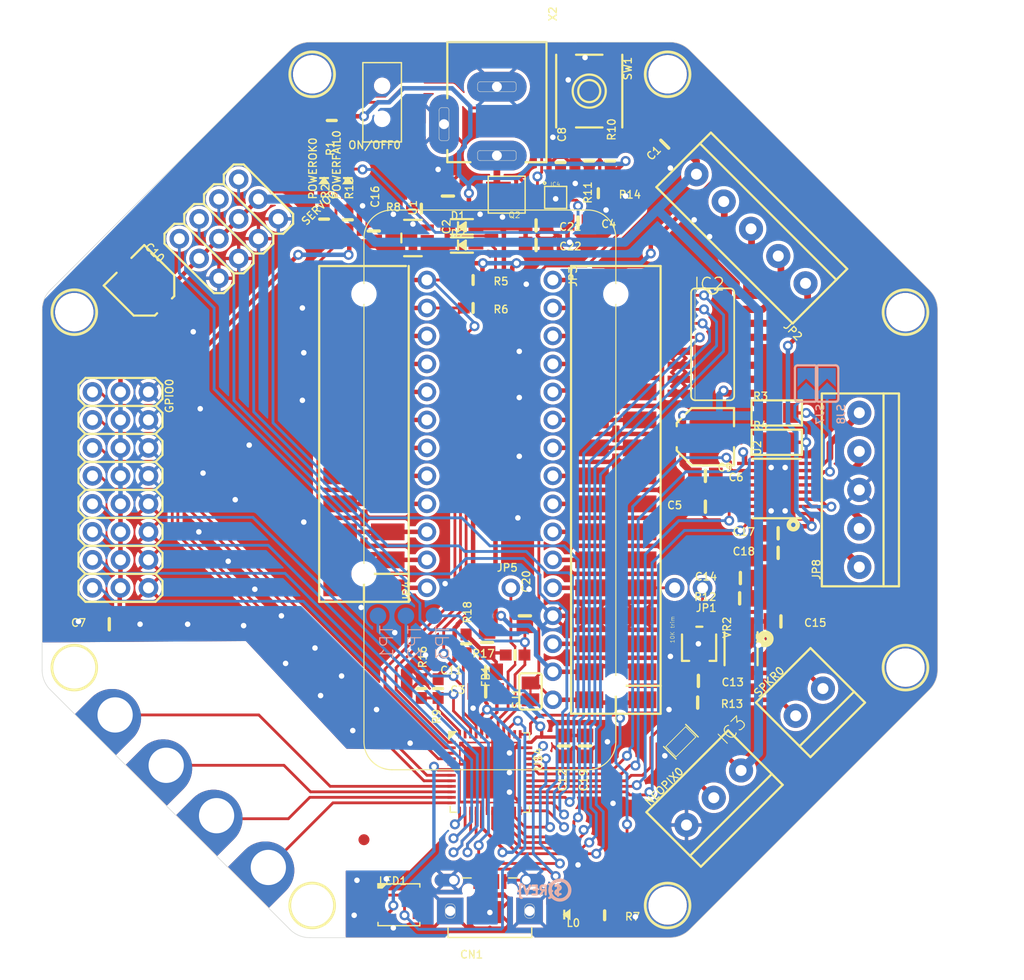
<source format=kicad_pcb>
(kicad_pcb (version 20221018) (generator pcbnew)
  (layers (0 "F.Cu" signal) (1 "In1.Cu" signal) (2 "In2.Cu" signal) (3 "In3.Cu" signal) (4 "In4.Cu" signal) (5 "In5.Cu" signal) (6 "In6.Cu" signal) (7 "In7.Cu" signal) (8 "In8.Cu" signal) (9 "In9.Cu" signal) (10 "In10.Cu" signal) (11 "In11.Cu" signal) (12 "In12.Cu" signal) (13 "In13.Cu" signal) (14 "In14.Cu" signal) (31 "B.Cu" signal) (34 "B.Paste" user) (35 "F.Paste" user) (36 "B.SilkS" user "B.Silkscreen") (37 "F.SilkS" user "F.Silkscreen") (38 "B.Mask" user) (39 "F.Mask" user) (44 "Edge.Cuts" user))
  (net 0 "")
  (net 1 "GND")
  (net 2 "3.3V")
  (net 3 "MISO")
  (net 4 "SCLK")
  (net 5 "MOSI")
  (net 6 "~{RESET}")
  (net 7 "VBAT")
  (net 8 "USB")
  (net 9 "N")
  (net 10 "M")
  (net 11 "L")
  (net 12 "SCL")
  (net 13 "SDA")
  (net 14 "G")
  (net 15 "TX")
  (net 16 "RX")
  (net 17 "F")
  (net 18 "E")
  (net 19 "D")
  (net 20 "C")
  (net 21 "B")
  (net 22 "AREF")
  (net 23 "M1_NFAULT")
  (net 24 "AOUT3")
  (net 25 "AOUT4")
  (net 26 "N$1")
  (net 27 "VDDCORE")
  (net 28 "D+")
  (net 29 "D-")
  (net 30 "SWCLK")
  (net 31 "SWDIO")
  (net 32 "N$5")
  (net 33 "SEESAW_RESET")
  (net 34 "N$6")
  (net 35 "N$7")
  (net 36 "N$9")
  (net 37 "N$10")
  (net 38 "5.0V")
  (net 39 "VIN")
  (net 40 "N$16")
  (net 41 "MOTOR_AIN1")
  (net 42 "MOTOR_AIN2")
  (net 43 "MOTOR_BIN2")
  (net 44 "MOTOR_BIN1")
  (net 45 "M1_ASEN")
  (net 46 "M1_BSEN")
  (net 47 "M1_VINT")
  (net 48 "N$15")
  (net 49 "N$17")
  (net 50 "SERVO4")
  (net 51 "SERVO3")
  (net 52 "SERVO2")
  (net 53 "SERVO1")
  (net 54 "DRIVEIN1")
  (net 55 "DRIVEIN2")
  (net 56 "DRIVEIN3")
  (net 57 "DRIVEIN4")
  (net 58 "DRIVEOUT1")
  (net 59 "DRIVEOUT2")
  (net 60 "DRIVEOUT3")
  (net 61 "DRIVEOUT4")
  (net 62 "IRQ")
  (net 63 "ANALOG1")
  (net 64 "ANALOG2")
  (net 65 "CAPTOUCH3")
  (net 66 "CAPTOUCH4")
  (net 67 "VBUS")
  (net 68 "PWR")
  (net 69 "ENABLE")
  (net 70 "AUDIO_OUT")
  (net 71 "SPKR-")
  (net 72 "SPKR+")
  (net 73 "N$19")
  (net 74 "N$20")
  (net 75 "N$21")
  (net 76 "N$22")
  (net 77 "N$23")
  (net 78 "N$3")
  (net 79 "~{TPSEN}")
  (net 80 "N$8")
  (net 81 "N$12")
  (net 82 "N$13")
  (net 83 "N$14")
  (net 84 "LED")
  (net 85 "NEOPIXEL")
  (net 86 "ANALOG5")
  (net 87 "ANALOG6")
  (net 88 "ANALOG7")
  (net 89 "ANALOG8")
  (net 90 "CAPTOUCH1")
  (net 91 "CAPTOUCH2")
  (net 92 "ANALOG3")
  (net 93 "ANALOG4")
  (net 94 "INT_NEO")
  (net 95 "AUDIO")
  (net 96 "N$2")
  (net 97 "N$4")
  (net 98 "VIN_SENSE")
  (net 99 "VDD")
  (footprint "working:_1206" (layer "F.Cu") (at 174.5361 100.6856)
    (fp_text reference "R4")
    (fp_text value "0.2Ω")
  )
  (footprint "working:PCB_ALLI" (layer "F.Cu") (at 124.0536 134.2136 135)
    (fp_text reference "TP29" hide)
    (fp_text value "SEWTAPPCB_ALLIGATOR" hide)
  )
  (footprint "working:MSOP8_0.65MM" (layer "F.Cu") (at 171.2976 119.4181 180)
    (fp_text reference "U5")
    (fp_text value "PAM8302AASCR")
  )
  (footprint "working:0603-NO" (layer "F.Cu") (at 146.9771 88.4936)
    (fp_text reference "R6")
    (fp_text value "2.2K")
  )
  (footprint "working:CHIPLED_0805_NOOUTLINE" (layer "F.Cu") (at 155.4861 143.5481 90)
    (fp_text reference "L0")
    (fp_text value "yellow")
  )
  (footprint "working:MOUNTINGHOLE_3.0_NPH" (layer "F.Cu") (at 164.6301 67.2846)
    (fp_text reference "U$52" hide)
    (fp_text value "MOUNTINGHOLE3.0_NPH" hide)
  )
  (footprint "working:0603-NO" (layer "F.Cu") (at 158.3436 78.0796)
    (fp_text reference "R14")
    (fp_text value "510")
  )
  (footprint "working:0805-NO" (layer "F.Cu") (at 171.1706 114.8461 180)
    (fp_text reference "R12")
    (fp_text value "100")
  )
  (footprint "working:PANASONIC_C" (layer "F.Cu") (at 117.1321 86.4616 -45)
    (fp_text reference "C10")
    (fp_text value "47uF+/16v")
  )
  (footprint "working:PCB_ALLI" (layer "F.Cu") (at 114.8461 125.0696 135)
    (fp_text reference "TP30" hide)
    (fp_text value "SEWTAPPCB_ALLIGATOR" hide)
  )
  (footprint "working:0805-NO" (layer "F.Cu") (at 174.6631 108.9406 180)
    (fp_text reference "C17")
    (fp_text value "10uF")
  )
  (footprint "working:0805-NO" (layer "F.Cu") (at 168.0591 106.5276 180)
    (fp_text reference "C5")
    (fp_text value "10µF")
  )
  (footprint "working:0603-NO" (layer "F.Cu") (at 146.9771 85.9536)
    (fp_text reference "R5")
    (fp_text value "2.2K")
  )
  (footprint "working:CHIPLED_0805_NOOUTLINE" (layer "F.Cu") (at 135.6106 76.9366)
    (fp_text reference "POWERFAIL0")
    (fp_text value "red")
  )
  (footprint "working:TERMBLOCK_1X3-3.5MM" (layer "F.Cu") (at 168.8211 132.9436 45)
    (fp_text reference "NEOPIX0")
    (fp_text value "3.5mm")
  )
  (footprint "working:EG1390" (layer "F.Cu") (at 138.7221 69.8246 90)
    (fp_text reference "ON/OFF0")
    (fp_text value "MSS-22C01G2")
  )
  (footprint "working:0805-NO" (layer "F.Cu") (at 174.9171 116.9416)
    (fp_text reference "C15")
    (fp_text value "10uF")
  )
  (footprint "working:3X04" (layer "F.Cu") (at 124.8029 81.3054 -135)
    (fp_text reference "SERVO0")
    (fp_text value "3x4 Male")
  )
  (footprint "working:FIDUCIAL_1MM" (layer "F.Cu") (at 183.5531 85.7631)
    (fp_text reference "FID2" hide)
    (fp_text value "FIDUCIAL_1MM" hide)
  )
  (footprint "working:MOUNTINGHOLE_3.0_NPH" (layer "F.Cu") (at 186.2201 88.8746)
    (fp_text reference "U$49" hide)
    (fp_text value "MOUNTINGHOLE3.0_NPH" hide)
  )
  (footprint "working:1X16_ROUND" (layer "F.Cu") (at 154.2161 105.0036 -90)
    (fp_text reference "JP3")
    (fp_text value "")
  )
  (footprint "working:LED3535" (layer "F.Cu") (at 140.2461 142.6591)
    (fp_text reference "LED1")
    (fp_text value "WS2812B3535")
  )
  (footprint "working:WSON8" (layer "F.Cu") (at 154.4701 78.4606)
    (fp_text reference "IC4")
    (fp_text value "TPS259573")
  )
  (footprint "working:0603-NO" (layer "F.Cu") (at 158.9151 143.6116)
    (fp_text reference "R7")
    (fp_text value "2.2K")
  )
  (footprint "working:FEATHERWING_SMT2" (layer "F.Cu") (at 159.9311 130.4036 90)
    (fp_text reference "MS2" hide)
    (fp_text value "FEATHERWING_SMTDUAL" hide)
  )
  (footprint "working:PANASONIC_C" (layer "F.Cu") (at 168.0591 100.1776 180)
    (fp_text reference "C9")
    (fp_text value "47uF/16v")
  )
  (footprint "working:0805-NO" (layer "F.Cu") (at 137.9601 81.5086 90)
    (fp_text reference "C16")
    (fp_text value "10uF")
  )
  (footprint "working:HTSSOP16" (layer "F.Cu") (at 174.5361 104.8766 90)
    (fp_text reference "U2")
    (fp_text value "DRV8833PWPR")
  )
  (footprint "working:0603-NO" (layer "F.Cu") (at 157.5181 75.1586 -90)
    (fp_text reference "R11")
    (fp_text value "264K")
  )
  (footprint "working:PCB_ALLI" (layer "F.Cu") (at 119.4816 129.6416 135)
    (fp_text reference "TP32" hide)
    (fp_text value "SEWTAPPCB_ALLIGATOR" hide)
  )
  (footprint "working:0805-NO" (layer "F.Cu") (at 151.6761 116.4336 90)
    (fp_text reference "C20")
    (fp_text value "0.1uF")
  )
  (footprint "working:SOD-323" (layer "F.Cu") (at 145.9611 81.1276)
    (fp_text reference "D1")
    (fp_text value "1N4148")
  )
  (footprint "working:0805-NO" (layer "F.Cu") (at 148.1201 121.5136 180)
    (fp_text reference "C11")
    (fp_text value "0.1uF")
  )
  (footprint "working:SO16" (layer "F.Cu") (at 168.718534 91.791088 -90)
    (fp_text reference "IC2")
    (fp_text value "ULN2003AD")
  )
  (footprint "working:CRICKIT_WING_TOP" (layer "F.Cu") (at 107.8611 145.6436)
    (fp_text reference "U$74" hide)
    (fp_text value "" hide)
  )
  (footprint "working:0805-NO" (layer "F.Cu") (at 144.6911 78.3336 -90)
    (fp_text reference "C2")
    (fp_text value "10uF")
  )
  (footprint "working:0805-NO" (layer "F.Cu") (at 164.369715 73.628219 -135)
    (fp_text reference "C1")
    (fp_text value "10µF/16V")
  )
  (footprint "working:4UCONN_20329_V2" (layer "F.Cu") (at 148.5011 141.3256)
    (fp_text reference "CN1")
    (fp_text value "4U#20329")
    (fp_line (start -4.05 2.15) (end -4.05 1.6) (stroke (width 0.05)) (layer "Edge.Cuts"))
    (fp_line (start -3.7 1.25) (end -3.5 1.25) (stroke (width 0.05)) (layer "Edge.Cuts"))
    (fp_line (start -3.5 2.55) (end -3.7 2.55) (stroke (width 0.05)) (layer "Edge.Cuts"))
    (fp_line (start -3.15 1.6) (end -3.15 2.15) (stroke (width 0.05)) (layer "Edge.Cuts"))
    (fp_line (start 3.15 2.2) (end 3.15 1.6) (stroke (width 0.05)) (layer "Edge.Cuts"))
    (fp_line (start 4.05 1.6) (end 4.05 2.2) (stroke (width 0.05)) (layer "Edge.Cuts"))
    (fp_arc (start -4.05 1.6) (mid -3.947487 1.352513) (end -3.7 1.25) (stroke (width 0.05)) (layer "Edge.Cuts"))
    (fp_arc (start -3.7 2.55) (mid -3.957843 2.422487) (end -4.05 2.15) (stroke (width 0.05)) (layer "Edge.Cuts"))
    (fp_arc (start -3.5 1.25) (mid -3.252513 1.352513) (end -3.15 1.6) (stroke (width 0.05)) (layer "Edge.Cuts"))
    (fp_arc (start -3.15 2.15) (mid -3.242157 2.422487) (end -3.5 2.55) (stroke (width 0.05)) (layer "Edge.Cuts"))
    (fp_arc (start 3.15 1.6) (mid 3.302513 1.331802) (end 3.6 1.25) (stroke (width 0.05)) (layer "Edge.Cuts"))
    (fp_arc (start 3.6 1.25) (mid 3.897487 1.331802) (end 4.05 1.6) (stroke (width 0.05)) (layer "Edge.Cuts"))
    (fp_arc (start 3.6 2.55) (mid 3.302513 2.468198) (end 3.15 2.2) (stroke (width 0.05)) (layer "Edge.Cuts"))
    (fp_arc (start 4.05 2.2) (mid 3.897487 2.468198) (end 3.6 2.55) (stroke (width 0.05)) (layer "Edge.Cuts"))
  )
  (footprint "working:PCB_ALLI" (layer "F.Cu") (at 128.7526 138.9126 135)
    (fp_text reference "TP31" hide)
    (fp_text value "SEWTAPPCB_ALLIGATOR" hide)
  )
  (footprint "working:DCJACK_2MM_PTH" (layer "F.Cu") (at 149.1361 61.0616 -90)
    (fp_text reference "X2")
    (fp_text value "2.1mm DC")
    (fp_line (start 6.9008 1.5) (end 6.9008 -1.5) (stroke (width 0.05)) (layer "Edge.Cuts"))
    (fp_line (start 7.1508 -1.75) (end 7.5492 -1.75) (stroke (width 0.05)) (layer "Edge.Cuts"))
    (fp_line (start 7.5492 1.75) (end 7.1508 1.75) (stroke (width 0.05)) (layer "Edge.Cuts"))
    (fp_line (start 7.7992 -1.5) (end 7.7992 1.5) (stroke (width 0.05)) (layer "Edge.Cuts"))
    (fp_line (start 9.25 4.9992) (end 9.25 4.55) (stroke (width 0.05)) (layer "Edge.Cuts"))
    (fp_line (start 9.4746 4.3508) (end 11.9746 4.3508) (stroke (width 0.05)) (layer "Edge.Cuts"))
    (fp_line (start 12 5.2492) (end 9.5 5.2492) (stroke (width 0.05)) (layer "Edge.Cuts"))
    (fp_line (start 12.25 4.55) (end 12.25 4.9992) (stroke (width 0.05)) (layer "Edge.Cuts"))
    (fp_line (start 13.1508 1.5) (end 13.1508 -1.5) (stroke (width 0.05)) (layer "Edge.Cuts"))
    (fp_line (start 13.35 -1.75) (end 13.85 -1.75) (stroke (width 0.05)) (layer "Edge.Cuts"))
    (fp_line (start 13.85 1.75) (end 13.35 1.75) (stroke (width 0.05)) (layer "Edge.Cuts"))
    (fp_line (start 14.0492 -1.5) (end 14.0492 1.5) (stroke (width 0.05)) (layer "Edge.Cuts"))
    (fp_arc (start 6.9008 -1.5) (mid 6.974023 -1.676777) (end 7.1508 -1.75) (stroke (width 0.05)) (layer "Edge.Cuts"))
    (fp_arc (start 7.1508 1.75) (mid 6.974023 1.676777) (end 6.9008 1.5) (stroke (width 0.05)) (layer "Edge.Cuts"))
    (fp_arc (start 7.5492 -1.75) (mid 7.725977 -1.676777) (end 7.7992 -1.5) (stroke (width 0.05)) (layer "Edge.Cuts"))
    (fp_arc (start 7.7992 1.5) (mid 7.725977 1.676777) (end 7.5492 1.75) (stroke (width 0.05)) (layer "Edge.Cuts"))
    (fp_arc (start 9.25 4.55) (mid 9.321044 4.403884) (end 9.4746 4.3508) (stroke (width 0.05)) (layer "Edge.Cuts"))
    (fp_arc (start 9.5 5.2492) (mid 9.323223 5.175977) (end 9.25 4.9992) (stroke (width 0.05)) (layer "Edge.Cuts"))
    (fp_arc (start 11.9746 4.3508) (mid 12.153556 4.393363) (end 12.25 4.55) (stroke (width 0.05)) (layer "Edge.Cuts"))
    (fp_arc (start 12.25 4.9992) (mid 12.176777 5.175977) (end 12 5.2492) (stroke (width 0.05)) (layer "Edge.Cuts"))
    (fp_arc (start 13.1508 -1.5) (mid 13.198623 -1.666256) (end 13.35 -1.75) (stroke (width 0.05)) (layer "Edge.Cuts"))
    (fp_arc (start 13.35 1.75) (mid 13.198623 1.666256) (end 13.1508 1.5) (stroke (width 0.05)) (layer "Edge.Cuts"))
    (fp_arc (start 13.85 -1.75) (mid 14.001377 -1.666256) (end 14.0492 -1.5) (stroke (width 0.05)) (layer "Edge.Cuts"))
    (fp_arc (start 14.0492 1.5) (mid 14.001377 1.666256) (end 13.85 1.75) (stroke (width 0.05)) (layer "Edge.Cuts"))
  )
  (footprint "working:0805-NO" (layer "F.Cu") (at 155.2321 128.2446 -90)
    (fp_text reference "C12")
    (fp_text value "0.1uF")
  )
  (footprint "working:0603-NO" (layer "F.Cu") (at 150.7871 119.9896 180)
    (fp_text reference "R17")
    (fp_text value "264K")
  )
  (footprint "working:0603-NO" (layer "F.Cu") (at 146.3421 118.9736 90)
    (fp_text reference "R18")
    (fp_text value "2.2K")
  )
  (footprint "working:1X01_ROUND" (layer "F.Cu") (at 150.4061 113.8936)
    (fp_text reference "JP5")
    (fp_text value "")
  )
  (footprint "working:CHIPLED_0805_NOOUTLINE" (layer "F.Cu") (at 133.4516 76.9366)
    (fp_text reference "POWEROK0")
    (fp_text value "green")
  )
  (footprint "working:TERMBLOC_1X5-3.5MM" (layer "F.Cu") (at 182.0291 105.0036 90)
    (fp_text reference "JP8")
    (fp_text value "5pin 3.5mm")
  )
  (footprint "working:0603-NO" (layer "F.Cu") (at 142.2781 79.4766 180)
    (fp_text reference "R8")
    (fp_text value "264K")
  )
  (footprint "working:FIDUCIAL_1MM" (layer "F.Cu") (at 137.0711 136.7536)
    (fp_text reference "FID3" hide)
    (fp_text value "FIDUCIAL_1MM" hide)
  )
  (footprint "working:MOUNTINGHOLE_3.0_NPH" (layer "F.Cu") (at 110.7821 121.1326)
    (fp_text reference "U$43" hide)
    (fp_text value "MOUNTINGHOLE3.0_NPH" hide)
  )
  (footprint "working:TERMBLOCK_1X2-3.5MM" (layer "F.Cu") (at 177.4571 124.3076 45)
    (fp_text reference "SPKR0")
    (fp_text value "3.5mm")
  )
  (footprint "working:0603-NO" (layer "F.Cu") (at 143.8021 123.0376 -90)
    (fp_text reference "R9")
    (fp_text value "1Mohm")
  )
  (footprint "working:POWERDI3333" (layer "F.Cu") (at 150.0251 78.2066 180)
    (fp_text reference "Q2")
    (fp_text value "AON7401")
  )
  (footprint "working:0603-NO" (layer "F.Cu") (at 135.6106 80.4926 90)
    (fp_text reference "R15")
    (fp_text value "2.2K")
  )
  (footprint "working:SOT23-5" (layer "F.Cu") (at 141.5161 82.1436 90)
    (fp_text reference "U1")
    (fp_text value "mic5225-3.3")
  )
  (footprint "working:0805-NO" (layer "F.Cu") (at 171.2341 113.0046 180)
    (fp_text reference "C14")
    (fp_text value "1uF")
  )
  (footprint "working:0805-NO" (layer "F.Cu") (at 152.6921 81.0006)
    (fp_text reference "C21")
    (fp_text value "10uF")
  )
  (footprint "working:MOUNTINGHOLE_3.0_NPH" (layer "F.Cu") (at 186.2201 121.1326)
    (fp_text reference "U$44" hide)
    (fp_text value "MOUNTINGHOLE3.0_NPH" hide)
  )
  (footprint "working:EVQ-Q2_SMALLER" (layer "F.Cu") (at 157.5181 68.8086 -90)
    (fp_text reference "SW1")
    (fp_text value "EVQQ2")
  )
  (footprint "working:MOUNTINGHOLE_3.0_NPH" (layer "F.Cu") (at 110.7821 88.8746)
    (fp_text reference "U$50" hide)
    (fp_text value "MOUNTINGHOLE3.0_NPH" hide)
  )
  (footprint "working:SOT23-5" (layer "F.Cu") (at 165.8366 127.8636 -135)
    (fp_text reference "IC3")
    (fp_text value "74AHCT1G125DBV")
  )
  (footprint "working:1X12_ROUND" (layer "F.Cu") (at 142.7861 99.9236 90)
    (fp_text reference "JP4")
    (fp_text value "")
  )
  (footprint "working:0805-NO" (layer "F.Cu") (at 167.3606 124.3076)
    (fp_text reference "R13")
    (fp_text value "100")
  )
  (footprint "working:FIDUCIAL_1MM" (layer "F.Cu") (at 112.4966 85.0646)
    (fp_text reference "FID1" hide)
    (fp_text value "FIDUCIAL_1MM" hide)
  )
  (footprint "working:3X08" (layer "F.Cu") (at 114.9731 105.0036 -90)
    (fp_text reference "GPIO0")
    (fp_text value "3x8 FEMALE")
  )
  (footprint "working:0603-NO" (layer "F.Cu") (at 134.1501 71.4756 -90)
    (fp_text reference "R1")
    (fp_text value "264K")
  )
  (footprint "working:0805-NO" (layer "F.Cu") (at 156.5021 80.7466)
    (fp_text reference "C4")
    (fp_text value "10µF/16V")
  )
  (footprint "working:0603-NO" (layer "F.Cu") (at 154.9146 75.2856 90)
    (fp_text reference "C8")
    (fp_text value "DNP")
  )
  (footprint "working:MOUNTINGHOLE_3.0_NPH" (layer "F.Cu") (at 132.3721 142.7226)
    (fp_text reference "U$41" hide)
    (fp_text value "MOUNTINGHOLE3.0_NPH" hide)
  )
  (footprint "working:TRIMPOT_BOURNS_3303W" (layer "F.Cu") (at 167.4876 118.9736 180)
    (fp_text reference "VR2")
    (fp_text value "10K trim")
  )
  (footprint "working:_1206" (layer "F.Cu") (at 174.5361 98.0186)
    (fp_text reference "R3")
    (fp_text value "0.2Ω")
  )
  (footprint "working:SOD-323" (layer "F.Cu") (at 145.9611 82.7786)
    (fp_text reference "D2")
    (fp_text value "1N4148")
  )
  (footprint "working:0603-NO" (layer "F.Cu") (at 159.4231 75.1586 90)
    (fp_text reference "R10")
    (fp_text value "1Mohm")
  )
  (footprint "working:MOUNTINGHOLE_3.0_NPH" (layer "F.Cu") (at 164.6301 142.7226)
    (fp_text reference "U$42" hide)
    (fp_text value "MOUNTINGHOLE3.0_NPH" hide)
  )
  (footprint "working:0805-NO" (layer "F.Cu") (at 113.9571 117.1956 180)
    (fp_text reference "C7")
    (fp_text value "10uF")
  )
  (footprint "working:SOLDERJUMPER_CLOSEDWIRE" (layer "F.Cu") (at 152.1841 123.2916 90)
    (fp_text reference "SJ1")
    (fp_text value "")
  )
  (footprint "working:0805-NO" (layer "F.Cu") (at 174.6631 110.7186 180)
    (fp_text reference "C18")
    (fp_text value "0.1uF")
  )
  (footprint "working:0805-NO" (layer "F.Cu") (at 152.6921 82.7786)
    (fp_text reference "C22")
    (fp_text value "0.1uF")
  )
  (footprint "working:0805-NO" (layer "F.Cu") (at 148.2471 118.8466 -90)
    (fp_text reference "FB1")
    (fp_text value "Ferrite")
  )
  (footprint "working:0805-NO" (layer "F.Cu") (at 157.1371 128.2446 -90)
    (fp_text reference "C19")
    (fp_text value "10uF")
  )
  (footprint "working:TERMBLOC_1X5-3.5MM" (layer "F.Cu") (at 172.1993 81.3054 135)
    (fp_text reference "JP2")
    (fp_text value "3.5mm")
  )
  (footprint "working:MOUNTINGHOLE_3.0_NPH" (layer "F.Cu") (at 132.3721 67.2846)
    (fp_text reference "U$51" hide)
    (fp_text value "MOUNTINGHOLE3.0_NPH" hide)
  )
  (footprint "working:0603-NO" (layer "F.Cu") (at 133.4516 80.4291 90)
    (fp_text reference "R2")
    (fp_text value "2.2K")
  )
  (footprint "working:0805-NO" (layer "F.Cu") (at 168.0591 103.7336)
    (fp_text reference "C6")
    (fp_text value "0.1uF")
  )
  (footprint "working:0805-NO" (layer "F.Cu") (at 167.4241 122.3391)
    (fp_text reference "C13")
    (fp_text value "1uF")
  )
  (footprint "working:TQFN48_7MM" (layer "F.Cu") (at 148.5011 130.6576 -90)
    (fp_text reference "U$4")
    (fp_text value "ATSAMD21G_QFN")
  )
  (footprint "working:1X02_ROUND" (layer "F.Cu") (at 166.5351 113.8936 180)
    (fp_text reference "JP1")
    (fp_text value "")
  )
  (footprint "working:0603-NO" (layer "F.Cu") (at 142.2781 123.0376 90)
    (fp_text reference "R16")
    (fp_text value "264K")
  )
  (footprint "working:0805_10MGAP" (layer "F.Cu") (at 148.1201 123.2916 180)
    (fp_text reference "C3")
    (fp_text value "1uF")
  )
  (footprint "working:PCBFEAT-REV-040" (layer "B.Cu") (at 154.8511 141.3256 180)
    (fp_text reference "U$76" hide)
    (fp_text value "" hide)
  )
  (footprint "working:TP15R" (layer "B.Cu") (at 138.3411 116.4336 90)
    (fp_text reference "TP1")
    (fp_text value "TPTP15R")
  )
  (footprint "working:SOLDERJUMPER_ARROW_NOPASTE" (layer "B.Cu") (at 179.1081 95.3516 90)
    (fp_text reference "SJ8")
    (fp_text value "ISENSEB")
  )
  (footprint "working:SOLDERJUMPER_ARROW_NOPASTE" (layer "B.Cu") (at 177.2031 95.3516 90)
    (fp_text reference "SJ7")
    (fp_text value "ISENSEA")
  )
  (footprint "working:TP15R" (layer "B.Cu") (at 143.4211 116.4336 90)
    (fp_text reference "TP3")
    (fp_text value "TPTP15R")
  )
  (footprint "working:TP15R" (layer "B.Cu") (at 140.8811 116.4336 90)
    (fp_text reference "TP2")
    (fp_text value "TPTP15R")
  )
  (footprint "working:CRICKIT_WING_BOT" (layer "B.Cu") (at 189.1411 145.6436 180)
    (fp_text reference "U$72" hide)
    (fp_text value "" hide)
  )
  (gr_circle (center 164.6301 67.2846) (end 166.6621 67.2846) (stroke (width 0.254)) (fill none) (layer "F.SilkS"))
  (gr_circle (center 164.6301 142.7226) (end 166.6621 142.7226) (stroke (width 0.254)) (fill none) (layer "F.SilkS"))
  (gr_circle (center 132.3721 67.2846) (end 134.4041 67.2846) (stroke (width 0.254)) (fill none) (layer "F.SilkS"))
  (gr_circle (center 132.3721 142.7226) (end 134.4041 142.7226) (stroke (width 0.254)) (fill none) (layer "F.SilkS"))
  (gr_circle (center 186.2201 88.8746) (end 188.2521 88.8746) (stroke (width 0.254)) (fill none) (layer "F.SilkS"))
  (gr_circle (center 110.7821 121.1326) (end 112.8141 121.1326) (stroke (width 0.254)) (fill none) (layer "F.SilkS"))
  (gr_circle (center 186.2201 121.1326) (end 188.2521 121.1326) (stroke (width 0.254)) (fill none) (layer "F.SilkS"))
  (gr_circle (center 110.7821 88.8746) (end 112.8141 88.8746) (stroke (width 0.254)) (fill none) (layer "F.SilkS"))
  (gr_line (start 130.35815 144.89965) (end 108.60505 123.14655) (stroke (width 0.05)) (layer "Edge.Cuts"))
  (gr_arc (start 132.154204 145.6436) (mid 131.182186 145.450254) (end 130.35815 144.89965) (stroke (width 0.05)) (layer "Edge.Cuts"))
  (gr_arc (start 108.60505 123.14655) (mid 108.054446 122.322513) (end 107.8611 121.350495) (stroke (width 0.05)) (layer "Edge.Cuts"))
  (gr_arc (start 164.847996 64.3636) (mid 165.820014 64.556946) (end 166.64405 65.10755) (stroke (width 0.05)) (layer "Edge.Cuts"))
  (gr_line (start 166.64405 65.10755) (end 188.39715 86.86065) (stroke (width 0.05)) (layer "Edge.Cuts"))
  (gr_arc (start 107.8611 88.656704) (mid 108.054446 87.684686) (end 108.60505 86.86065) (stroke (width 0.05)) (layer "Edge.Cuts"))
  (gr_arc (start 189.1411 121.350496) (mid 188.947754 122.322514) (end 188.39715 123.14655) (stroke (width 0.05)) (layer "Edge.Cuts"))
  (gr_arc (start 166.64405 144.89965) (mid 165.820013 145.450254) (end 164.847995 145.6436) (stroke (width 0.05)) (layer "Edge.Cuts"))
  (gr_line (start 144.4371 145.6436) (end 132.154204 145.6436) (stroke (width 0.05)) (layer "Edge.Cuts"))
  (gr_line (start 144.8181 145.2626) (end 144.4371 145.6436) (stroke (width 0.05)) (layer "Edge.Cuts"))
  (gr_line (start 189.1411 88.656704) (end 189.1411 121.350496) (stroke (width 0.05)) (layer "Edge.Cuts"))
  (gr_line (start 132.154204 64.3636) (end 164.847996 64.3636) (stroke (width 0.05)) (layer "Edge.Cuts"))
  (gr_line (start 152.1841 145.2626) (end 144.8181 145.2626) (stroke (width 0.05)) (layer "Edge.Cuts"))
  (gr_arc (start 188.39715 86.86065) (mid 188.947754 87.684687) (end 189.1411 88.656705) (stroke (width 0.05)) (layer "Edge.Cuts"))
  (gr_line (start 164.847996 145.6436) (end 152.5651 145.6436) (stroke (width 0.05)) (layer "Edge.Cuts"))
  (gr_line (start 108.60505 86.86065) (end 130.35815 65.10755) (stroke (width 0.05)) (layer "Edge.Cuts"))
  (gr_arc (start 130.35815 65.10755) (mid 131.182187 64.556946) (end 132.154205 64.3636) (stroke (width 0.05)) (layer "Edge.Cuts"))
  (gr_line (start 188.39715 123.14655) (end 166.64405 144.89965) (stroke (width 0.05)) (layer "Edge.Cuts"))
  (gr_line (start 107.8611 121.350496) (end 107.8611 88.656704) (stroke (width 0.05)) (layer "Edge.Cuts"))
  (gr_line (start 152.5651 145.6436) (end 152.1841 145.2626) (stroke (width 0.05)) (layer "Edge.Cuts"))
  (segment (start 154.4701 77.7106) (end 154.4701 78.4606) (width 0.3048) (layer "F.Cu") (net 1))
  (segment (start 144.2441 77.3836) (end 144.6911 77.3836) (width 0.4064) (layer "F.Cu") (net 1))
  (segment (start 157.7721 116.4336) (end 162.0901 116.4336) (width 0.4064) (layer "F.Cu") (net 1))
  (segment (start 145.0261 129.9076) (end 148.5011 129.9076) (width 0.254) (layer "F.Cu") (net 1))
  (segment (start 149.9261 140.4256) (end 151.8011 140.4256) (width 0.254) (layer "F.Cu") (net 1))
  (segment (start 148.5011 129.9076) (end 148.5011 130.6576) (width 0.254) (layer "F.Cu") (net 1))
  (segment (start 151.9761 128.4076) (end 150.7511 128.4076) (width 0.254) (layer "F.Cu") (net 1))
  (segment (start 148.7511 130.4076) (end 148.5011 130.6576) (width 0.254) (layer "F.Cu") (net 1))
  (segment (start 148.2511 131.1616) (end 148.7551 130.6576) (width 0.254) (layer "F.Cu") (net 1))
  (segment (start 154.2161 116.4336) (end 157.7721 116.4336) (width 0.4064) (layer "F.Cu") (net 1))
  (segment (start 150.7511 128.4076) (end 150.2791 128.8796) (width 0.254) (layer "F.Cu") (net 1))
  (segment (start 143.4211 78.2066) (end 144.2441 77.3836) (width 0.4064) (layer "F.Cu") (net 1))
  (segment (start 148.7551 130.6576) (end 150.2791 130.6576) (width 0.254) (layer "F.Cu") (net 1))
  (segment (start 155.4201 77.7106) (end 154.4701 77.7106) (width 0.3048) (layer "F.Cu") (net 1))
  (segment (start 149.8011 140.5506) (end 149.9261 140.4256) (width 0.254) (layer "F.Cu") (net 1))
  (segment (start 148.7511 127.1826) (end 148.7511 130.4076) (width 0.254) (layer "F.Cu") (net 1))
  (segment (start 148.2511 134.1326) (end 148.2511 131.1616) (width 0.254) (layer "F.Cu") (net 1))
  (segment (start 155.4201 77.7106) (end 155.6011 77.7106) (width 0.3048) (layer "F.Cu") (net 1))
  (via (at 132.6261 119.3546) (size 0.9064) (drill 0.5) (layers "F.Cu" "B.Cu") (net 1))
  (via (at 151.1681 101.9556) (size 0.9064) (drill 0.5) (layers "F.Cu" "B.Cu") (net 1))
  (via (at 150.2791 132.4356) (size 0.9064) (drill 0.5) (layers "F.Cu" "B.Cu") (net 1))
  (via (at 142.6591 119.9896) (size 0.9064) (drill 0.5) (layers "F.Cu" "B.Cu") (net 1))
  (via (at 168.4401 82.0166) (size 0.9064) (drill 0.5) (layers "F.Cu" "B.Cu") (net 1))
  (via (at 116.7511 117.1956) (size 0.9064) (drill 0.5) (layers "F.Cu" "B.Cu") (net 1))
  (via (at 159.0421 79.6036) (size 0.9064) (drill 0.5) (layers "F.Cu" "B.Cu") (net 1))
  (via (at 146.9771 124.8156) (size 0.9064) (drill 0.5) (layers "F.Cu" "B.Cu") (net 1))
  (via (at 157.1371 65.7606) (size 0.9064) (drill 0.5) (layers "F.Cu" "B.Cu") (net 1))
  (via (at 167.0431 80.4926) (size 0.9064) (drill 0.5) (layers "F.Cu" "B.Cu") (net 1))
  (via (at 167.4241 118.9736) (size 0.9064) (drill 0.5) (layers "F.Cu" "B.Cu") (net 1))
  (via (at 174.0281 106.9086) (size 0.9064) (drill 0.5) (layers "F.Cu" "B.Cu") (net 1))
  (via (at 175.2981 102.9716) (size 0.9064) (drill 0.5) (layers "F.Cu" "B.Cu") (net 1))
  (via (at 164.8841 75.7936) (size 0.9064) (drill 0.5) (layers "F.Cu" "B.Cu") (net 1))
  (via (at 141.2621 127.9906) (size 0.9064) (drill 0.5) (layers "F.Cu" "B.Cu") (net 1))
  (via (at 152.0571 114.0206) (size 0.9064) (drill 0.5) (layers "F.Cu" "B.Cu") (net 1))
  (via (at 156.2481 77.1906) (size 0.9064) (drill 0.5) (layers "F.Cu" "B.Cu") (net 1))
  (via (at 136.4361 140.4366) (size 0.9064) (drill 0.5) (layers "F.Cu" "B.Cu") (net 1))
  (via (at 148.5011 143.3576) (size 0.9064) (drill 0.5) (layers "F.Cu" "B.Cu") (net 1))
  (via (at 139.7381 144.7546) (size 0.9064) (drill 0.5) (layers "F.Cu" "B.Cu") (net 1))
  (via (at 159.1691 127.8636) (size 0.9064) (drill 0.5) (layers "F.Cu" "B.Cu") (net 1))
  (via (at 164.7571 124.9426) (size 0.9064) (drill 0.5) (layers "F.Cu" "B.Cu") (net 1))
  (via (at 159.6771 133.4516) (size 0.9064) (drill 0.5) (layers "F.Cu" "B.Cu") (net 1))
  (via (at 156.5021 139.0396) (size 0.9064) (drill 0.5) (layers "F.Cu" "B.Cu") (net 1))
  (via (at 124.7521 111.4806) (size 0.9064) (drill 0.5) (layers "F.Cu" "B.Cu") (net 1))
  (via (at 111.1631 116.9416) (size 0.9064) (drill 0.5) (layers "F.Cu" "B.Cu") (net 1))
  (via (at 125.3871 105.8926) (size 0.9064) (drill 0.5) (layers "F.Cu" "B.Cu") (net 1))
  (via (at 175.2981 106.9086) (size 0.9064) (drill 0.5) (layers "F.Cu" "B.Cu") (net 1))
  (via (at 144.4371 113.5126) (size 0.9064) (drill 0.5) (layers "F.Cu" "B.Cu") (net 1))
  (via (at 164.8841 120.1166) (size 0.9064) (drill 0.5) (layers "F.Cu" "B.Cu") (net 1))
  (via (at 131.6101 107.9246) (size 0.9064) (drill 0.5) (layers "F.Cu" "B.Cu") (net 1))
  (via (at 122.2121 97.6376) (size 0.9064) (drill 0.5) (layers "F.Cu" "B.Cu") (net 1))
  (via (at 121.0691 117.1956) (size 0.9064) (drill 0.5) (layers "F.Cu" "B.Cu") (net 1))
  (via (at 136.8171 115.6716) (size 0.9064) (drill 0.5) (layers "F.Cu" "B.Cu") (net 1))
  (via (at 154.2161 72.9996) (size 0.9064) (drill 0.5) (layers "F.Cu" "B.Cu") (net 1))
  (via (at 122.0851 108.8136) (size 0.9064) (drill 0.5) (layers "F.Cu" "B.Cu") (net 1))
  (via (at 164.3761 129.1336) (size 0.9064) (drill 0.5) (layers "F.Cu" "B.Cu") (net 1))
  (via (at 126.6571 100.9396) (size 0.9064) (drill 0.5) (layers "F.Cu" "B.Cu") (net 1))
  (via (at 151.8031 86.3346) (size 0.9064) (drill 0.5) (layers "F.Cu" "B.Cu") (net 1))
  (via (at 129.5781 116.4336) (size 0.9064) (drill 0.5) (layers "F.Cu" "B.Cu") (net 1))
  (via (at 135.0391 121.8946) (size 0.9064) (drill 0.5) (layers "F.Cu" "B.Cu") (net 1))
  (via (at 161.7091 143.7386) (size 0.9064) (drill 0.5) (layers "F.Cu" "B.Cu") (net 1))
  (via (at 150.2791 128.8796) (size 0.9064) (drill 0.5) (layers "F.Cu" "B.Cu") (net 1))
  (via (at 151.1681 96.6216) (size 0.9064) (drill 0.5) (layers "F.Cu" "B.Cu") (net 1))
  (via (at 141.5161 80.8736) (size 0.9064) (drill 0.5) (layers "F.Cu" "B.Cu") (net 1))
  (via (at 154.4701 78.5876) (size 0.9064) (drill 0.5) (layers "F.Cu" "B.Cu") (net 1))
  (via (at 122.4661 103.4796) (size 0.9064) (drill 0.5) (layers "F.Cu" "B.Cu") (net 1))
  (via (at 174.0281 102.9716) (size 0.9064) (drill 0.5) (layers "F.Cu" "B.Cu") (net 1))
  (via (at 138.2141 124.9426) (size 0.9064) (drill 0.5) (layers "F.Cu" "B.Cu") (net 1))
  (via (at 131.4831 96.8756) (size 0.9064) (drill 0.5) (layers "F.Cu" "B.Cu") (net 1))
  (via (at 151.1681 92.4306) (size 0.9064) (drill 0.5) (layers "F.Cu" "B.Cu") (net 1))
  (via (at 136.0551 126.8476) (size 0.9064) (drill 0.5) (layers "F.Cu" "B.Cu") (net 1))
  (via (at 160.8201 78.3336) (size 0.9064) (drill 0.5) (layers "F.Cu" "B.Cu") (net 1))
  (via (at 149.6441 80.2386) (size 0.9064) (drill 0.5) (layers "F.Cu" "B.Cu") (net 1))
  (via (at 139.7381 79.9846) (size 0.9064) (drill 0.5) (layers "F.Cu" "B.Cu") (net 1))
  (via (at 147.6121 79.9846) (size 0.9064) (drill 0.5) (layers "F.Cu" "B.Cu") (net 1))
  (via (at 131.4831 88.4936) (size 0.9064) (drill 0.5) (layers "F.Cu" "B.Cu") (net 1))
  (via (at 151.0411 107.5436) (size 0.9064) (drill 0.5) (layers "F.Cu" "B.Cu") (net 1))
  (via (at 121.5771 90.6526) (size 0.9064) (drill 0.5) (layers "F.Cu" "B.Cu") (net 1))
  (via (at 131.6101 92.5576) (size 0.9064) (drill 0.5) (layers "F.Cu" "B.Cu") (net 1))
  (via (at 143.8021 75.9206) (size 0.9064) (drill 0.5) (layers "F.Cu" "B.Cu") (net 1))
  (via (at 139.8651 117.9576) (size 0.9064) (drill 0.5) (layers "F.Cu" "B.Cu") (net 1))
  (via (at 150.2791 130.6576) (size 0.9064) (drill 0.5) (layers "F.Cu" "B.Cu") (net 1))
  (via (at 129.9591 120.7516) (size 0.9064) (drill 0.5) (layers "F.Cu" "B.Cu") (net 1))
  (via (at 136.9441 79.2226) (size 0.9064) (drill 0.5) (layers "F.Cu" "B.Cu") (net 1))
  (via (at 139.1031 140.3096) (size 0.9064) (drill 0.5) (layers "F.Cu" "B.Cu") (net 1))
  (via (at 136.1821 143.6116) (size 0.9064) (drill 0.5) (layers "F.Cu" "B.Cu") (net 1))
  (via (at 155.6131 67.7926) (size 0.9064) (drill 0.5) (layers "F.Cu" "B.Cu") (net 1))
  (via (at 127.1651 114.0206) (size 0.9064) (drill 0.5) (layers "F.Cu" "B.Cu") (net 1))
  (via (at 126.1491 117.3226) (size 0.9064) (drill 0.5) (layers "F.Cu" "B.Cu") (net 1))
  (via (at 133.1341 123.6726) (size 0.9064) (drill 0.5) (layers "F.Cu" "B.Cu") (net 1))
  (segment (start 114.9731 106.2736) (end 114.9731 108.8136) (width 0.4064) (layer "F.Cu") (net 2))
  (segment (start 149.0091 91.6686) (end 150.5331 90.1446) (width 0.4064) (layer "F.Cu") (net 2))
  (segment (start 163.1061 82.6516) (end 169.5831 76.1746) (width 0.4064) (layer "F.Cu") (net 2))
  (segment (start 170.2181 76.1746) (end 180.3781 86.3346) (width 0.4064) (layer "F.Cu") (net 2))
  (segment (start 137.9601 82.4586) (end 135.8036 82.4586) (width 0.4064) (layer "F.Cu") (net 2))
  (segment (start 148.2471 117.8966) (end 149.0091 117.1346) (width 0.4064) (layer "F.Cu") (net 2))
  (segment (start 135.7376 81.4696) (end 135.7376 82.5246) (width 0.4064) (layer "F.Cu") (net 2))
  (segment (start 163.1061 83.5406) (end 163.1061 82.6516) (width 0.4064) (layer "F.Cu") (net 2))
  (segment (start 135.9011 81.3426) (end 135.6106 81.3426) (width 0.4064) (layer "F.Cu") (net 2))
  (segment (start 114.9731 111.3536) (end 114.9731 113.8936) (width 0.4064) (layer "F.Cu") (net 2))
  (segment (start 138.4021 83.0936) (end 140.1191 83.0936) (width 0.4064) (layer "F.Cu") (net 2))
  (segment (start 149.0091 116.4336) (end 149.0091 91.6686) (width 0.4064) (layer "F.Cu") (net 2))
  (segment (start 141.4551 84.4296) (end 140.1191 83.0936) (width 0.4064) (layer "F.Cu") (net 2))
  (segment (start 122.4661 92.3036) (end 131.1021 83.6676) (width 0.4064) (layer "F.Cu") (net 2))
  (segment (start 180.3781 86.3346) (end 180.3781 87.0966) (width 0.4064) (layer "F.Cu") (net 2))
  (segment (start 147.8661 84.4296) (end 141.4551 84.4296) (width 0.4064) (layer "F.Cu") (net 2))
  (segment (start 114.9071 113.9596) (end 114.9731 113.8936) (width 0.4064) (layer "F.Cu") (net 2))
  (segment (start 154.2161 121.5136) (end 157.5181 121.5136) (width 0.4064) (layer "F.Cu") (net 2))
  (segment (start 147.8271 85.9536) (end 147.8271 88.4936) (width 0.4064) (layer "F.Cu") (net 2))
  (segment (start 147.8271 84.4686) (end 147.8661 84.4296) (width 0.4064) (layer "F.Cu") (net 2))
  (segment (start 169.5831 76.1746) (end 170.2181 76.1746) (width 0.4064) (layer "F.Cu") (net 2))
  (segment (start 147.8271 85.9536) (end 147.8271 84.4686) (width 0.4064) (layer "F.Cu") (net 2))
  (segment (start 150.5331 84.8106) (end 150.9141 84.4296) (width 0.4064) (layer "F.Cu") (net 2))
  (segment (start 114.9071 117.1956) (end 114.9071 113.9596) (width 0.4064) (layer "F.Cu") (net 2))
  (segment (start 116.7511 92.3036) (end 114.9731 94.0816) (width 0.4064) (layer "F.Cu") (net 2))
  (segment (start 135.8036 82.4586) (end 135.7376 82.5246) (width 0.4064) (layer "F.Cu") (net 2))
  (segment (start 180.3781 87.0966) (end 175.5521 91.9226) (width 0.4064) (layer "F.Cu") (net 2))
  (segment (start 149.0091 117.1346) (end 149.0091 116.4336) (width 0.4064) (layer "F.Cu") (net 2))
  (segment (start 114.9731 94.0816) (end 114.9731 96.1136) (width 0.4064) (layer "F.Cu") (net 2))
  (segment (start 175.6131 108.9406) (end 176.2481 108.3056) (width 0.4064) (layer "F.Cu") (net 2))
  (segment (start 157.5181 121.5136) (end 157.5181 121.0056) (width 0.4064) (layer "F.Cu") (net 2))
  (segment (start 140.1191 83.0936) (end 140.216 83.0936) (width 0.4064) (layer "F.Cu") (net 2))
  (segment (start 135.6106 81.3426) (end 135.7376 81.4696) (width 0.4064) (layer "F.Cu") (net 2))
  (segment (start 161.5821 121.0056) (end 161.5821 121.5136) (width 0.4064) (layer "F.Cu") (net 2))
  (segment (start 177.3361 107.1516) (end 177.7111 107.5266) (width 0.4064) (layer "F.Cu") (net 2))
  (segment (start 137.9601 82.4586) (end 137.9601 82.6516) (width 0.4064) (layer "F.Cu") (net 2))
  (segment (start 176.2481 108.3056) (end 177.7111 108.3056) (width 0.4064) (layer "F.Cu") (net 2))
  (segment (start 149.5171 116.4336) (end 149.0091 116.4336) (width 0.4064) (layer "F.Cu") (net 2))
  (segment (start 150.5331 90.1446) (end 150.5331 84.8106) (width 0.4064) (layer "F.Cu") (net 2))
  (segment (start 161.5821 121.5136) (end 162.3441 121.5136) (width 0.4064) (layer "F.Cu") (net 2))
  (segment (start 163.3601 121.5136) (end 162.3441 121.5136) (width 0.4064) (layer "F.Cu") (net 2))
  (segment (start 157.5181 121.0056) (end 161.5821 121.0056) (width 0.4064) (layer "F.Cu") (net 2))
  (segment (start 114.9731 108.8136) (end 114.9731 111.3536) (width 0.4064) (layer "F.Cu") (net 2))
  (segment (start 135.7376 83.6041) (end 135.6741 83.6676) (width 0.4064) (layer "F.Cu") (net 2))
  (segment (start 175.6131 108.9406) (end 175.6131 110.7186) (width 0.4064) (layer "F.Cu") (net 2))
  (segment (start 135.7376 82.5246) (end 135.7376 83.6041) (width 0.4064) (layer "F.Cu") (net 2))
  (segment (start 177.7111 107.5266) (end 177.7111 108.3056) (width 0.4064) (layer "F.Cu") (net 2))
  (segment (start 137.9601 82.6516) (end 138.4021 83.0936) (width 0.4064) (layer "F.Cu") (net 2))
  (segment (start 116.7511 92.3036) (end 122.4661 92.3036) (width 0.4064) (layer "F.Cu") (net 2))
  (via (at 177.7111 108.3056) (size 0.9064) (drill 0.5) (layers "F.Cu" "B.Cu") (net 2))
  (via (at 149.5171 116.4336) (size 0.9064) (drill 0.5) (layers "F.Cu" "B.Cu") (net 2))
  (via (at 163.1061 83.5406) (size 0.9064) (drill 0.5) (layers "F.Cu" "B.Cu") (net 2))
  (via (at 175.5521 91.9226) (size 0.9064) (drill 0.5) (layers "F.Cu" "B.Cu") (net 2))
  (via (at 150.9141 84.4296) (size 0.9064) (drill 0.5) (layers "F.Cu" "B.Cu") (net 2))
  (via (at 147.8661 84.4296) (size 0.9064) (drill 0.5) (layers "F.Cu" "B.Cu") (net 2))
  (via (at 135.6741 83.6676) (size 0.9064) (drill 0.5) (layers "F.Cu" "B.Cu") (net 2))
  (via (at 131.1021 83.6676) (size 0.9064) (drill 0.5) (layers "F.Cu" "B.Cu") (net 2))
  (segment (start 175.5521 99.0346) (end 175.5521 91.9226) (width 0.4064) (layer "B.Cu") (net 2))
  (segment (start 150.4061 117.3226) (end 152.0571 117.3226) (width 0.4064) (layer "B.Cu") (net 2))
  (segment (start 150.9141 84.4296) (end 162.2171 84.4296) (width 0.4064) (layer "B.Cu") (net 2))
  (segment (start 176.3141 99.7966) (end 175.5521 99.0346) (width 0.4064) (layer "B.Cu") (net 2))
  (segment (start 131.1021 83.6676) (end 135.6741 83.6676) (width 0.4064) (layer "B.Cu") (net 2))
  (segment (start 152.0571 117.3226) (end 152.6921 117.9576) (width 0.4064) (layer "B.Cu") (net 2))
  (segment (start 152.6921 117.9576) (end 152.6921 119.9896) (width 0.4064) (layer "B.Cu") (net 2))
  (segment (start 149.6441 116.5606) (end 149.5171 116.4336) (width 0.4064) (layer "B.Cu") (net 2))
  (segment (start 152.6921 119.9896) (end 154.2161 121.5136) (width 0.4064) (layer "B.Cu") (net 2))
  (segment (start 114.9731 103.7336) (end 114.9731 106.2736) (width 0.4064) (layer "B.Cu") (net 2))
  (segment (start 147.8661 84.4296) (end 150.9141 84.4296) (width 0.4064) (layer "B.Cu") (net 2))
  (segment (start 175.5521 91.9226) (end 175.5521 91.7956) (width 0.4064) (layer "B.Cu") (net 2))
  (segment (start 177.7111 108.3056) (end 176.3141 106.9086) (width 0.4064) (layer "B.Cu") (net 2))
  (segment (start 176.3141 106.9086) (end 176.3141 99.7966) (width 0.4064) (layer "B.Cu") (net 2))
  (segment (start 114.9731 96.1136) (end 114.9731 98.6536) (width 0.4064) (layer "B.Cu") (net 2))
  (segment (start 162.2171 84.4296) (end 163.1061 83.5406) (width 0.4064) (layer "B.Cu") (net 2))
  (segment (start 149.5171 116.4336) (end 150.4061 117.3226) (width 0.4064) (layer "B.Cu") (net 2))
  (segment (start 114.9731 98.6536) (end 114.9731 101.1936) (width 0.4064) (layer "B.Cu") (net 2))
  (segment (start 114.9731 101.1936) (end 114.9731 103.7336) (width 0.4064) (layer "B.Cu") (net 2))
  (segment (start 157.7721 93.5736) (end 162.0901 93.5736) (width 0.4064) (layer "F.Cu") (net 3))
  (segment (start 154.2161 93.5736) (end 157.7721 93.5736) (width 0.4064) (layer "F.Cu") (net 3))
  (segment (start 157.7721 98.6536) (end 162.0901 98.6536) (width 0.4064) (layer "F.Cu") (net 4))
  (segment (start 154.2161 98.6536) (end 157.7721 98.6536) (width 0.4064) (layer "F.Cu") (net 4))
  (segment (start 154.3431 95.9866) (end 154.2161 96.1136) (width 0.4064) (layer "F.Cu") (net 5))
  (segment (start 157.1371 96.1136) (end 157.7721 96.1136) (width 0.4064) (layer "F.Cu") (net 5))
  (segment (start 154.3431 95.9866) (end 157.1371 95.9866) (width 0.4064) (layer "F.Cu") (net 5))
  (segment (start 157.1371 95.9866) (end 157.1371 96.1136) (width 0.4064) (layer "F.Cu") (net 5))
  (segment (start 157.7721 96.1136) (end 162.0901 96.1136) (width 0.4064) (layer "F.Cu") (net 5))
  (segment (start 162.3441 72.8726) (end 161.3801 71.9086) (width 0.254) (layer "F.Cu") (net 6))
  (segment (start 159.5181 71.9086) (end 159.7291 71.9086) (width 0.254) (layer "F.Cu") (net 6))
  (segment (start 157.7721 124.3076) (end 161.5821 124.3076) (width 0.4064) (layer "F.Cu") (net 6))
  (segment (start 161.5821 124.3076) (end 161.8361 124.5616) (width 0.4064) (layer "F.Cu") (net 6))
  (segment (start 155.2321 124.0536) (end 155.3591 124.0536) (width 0.254) (layer "F.Cu") (net 6))
  (segment (start 152.9461 85.3186) (end 152.9461 121.7676) (width 0.254) (layer "F.Cu") (net 6))
  (segment (start 152.6921 122.5296) (end 154.2161 124.0536) (width 0.254) (layer "F.Cu") (net 6))
  (segment (start 161.3801 71.9086) (end 159.5181 71.9086) (width 0.254) (layer "F.Cu") (net 6))
  (segment (start 155.3591 124.0536) (end 157.5181 124.0536) (width 0.4064) (layer "F.Cu") (net 6))
  (segment (start 157.2641 84.6836) (end 162.3441 79.6036) (width 0.254) (layer "F.Cu") (net 6))
  (segment (start 161.8361 124.5616) (end 161.8361 124.0536) (width 0.4064) (layer "F.Cu") (net 6))
  (segment (start 152.1841 122.5296) (end 152.6921 122.5296) (width 0.254) (layer "F.Cu") (net 6))
  (segment (start 154.2161 124.0536) (end 155.3591 124.0536) (width 0.4064) (layer "F.Cu") (net 6))
  (segment (start 162.3441 79.6036) (end 162.3441 72.8726) (width 0.254) (layer "F.Cu") (net 6))
  (segment (start 152.9461 85.3186) (end 153.5811 84.6836) (width 0.254) (layer "F.Cu") (net 6))
  (segment (start 159.5181 65.7086) (end 159.5181 71.9086) (width 0.254) (layer "F.Cu") (net 6))
  (segment (start 157.5181 124.0536) (end 157.5181 124.5616) (width 0.4064) (layer "F.Cu") (net 6))
  (segment (start 152.9461 121.7676) (end 152.1841 122.5296) (width 0.254) (layer "F.Cu") (net 6))
  (segment (start 157.5181 124.5616) (end 157.7721 124.3076) (width 0.4064) (layer "F.Cu") (net 6))
  (segment (start 161.8361 124.0536) (end 162.3441 124.0536) (width 0.4064) (layer "F.Cu") (net 6))
  (segment (start 153.5811 84.6836) (end 157.2641 84.6836) (width 0.254) (layer "F.Cu") (net 6))
  (segment (start 139.1031 113.8936) (end 139.4841 113.8936) (width 0.4064) (layer "F.Cu") (net 7))
  (segment (start 139.1031 114.4016) (end 139.1031 113.8936) (width 0.4064) (layer "F.Cu") (net 7))
  (segment (start 134.6581 114.4016) (end 139.1031 114.4016) (width 0.4064) (layer "F.Cu") (net 7))
  (segment (start 134.6581 113.8936) (end 134.6581 114.4016) (width 0.4064) (layer "F.Cu") (net 7))
  (segment (start 142.7861 113.8936) (end 139.4841 113.8936) (width 0.4064) (layer "F.Cu") (net 7))
  (segment (start 134.9121 108.8136) (end 139.2301 108.8136) (width 0.4064) (layer "F.Cu") (net 8))
  (segment (start 139.2301 108.8136) (end 142.7861 108.8136) (width 0.4064) (layer "F.Cu") (net 8))
  (segment (start 139.2301 106.2736) (end 142.7861 106.2736) (width 0.4064) (layer "F.Cu") (net 9))
  (segment (start 134.9121 106.2736) (end 139.2301 106.2736) (width 0.4064) (layer "F.Cu") (net 9))
  (segment (start 139.2301 103.7336) (end 142.7861 103.7336) (width 0.4064) (layer "F.Cu") (net 10))
  (segment (start 134.9121 103.7336) (end 139.2301 103.7336) (width 0.4064) (layer "F.Cu") (net 10))
  (segment (start 134.9121 101.1936) (end 139.2301 101.1936) (width 0.4064) (layer "F.Cu") (net 11))
  (segment (start 139.2301 101.1936) (end 142.7861 101.1936) (width 0.4064) (layer "F.Cu") (net 11))
  (segment (start 134.6581 88.4936) (end 134.6581 89.0016) (width 0.4064) (layer "F.Cu") (net 12))
  (segment (start 146.1271 88.5156) (end 146.1271 88.4936) (width 0.254) (layer "F.Cu") (net 12))
  (segment (start 139.4841 89.0016) (end 139.4841 88.4936) (width 0.4064) (layer "F.Cu") (net 12))
  (segment (start 145.3261 114.9096) (end 145.3261 89.3166) (width 0.254) (layer "F.Cu") (net 12))
  (segment (start 142.7861 88.4936) (end 146.1271 88.4936) (width 0.254) (layer "F.Cu") (net 12))
  (segment (start 145.3261 89.3166) (end 146.1271 88.5156) (width 0.254) (layer "F.Cu") (net 12))
  (segment (start 144.4731 128.4076) (end 138.9761 122.9106) (width 0.254) (layer "F.Cu") (net 12))
  (segment (start 138.9761 122.9106) (end 138.9761 121.2596) (width 0.254) (layer "F.Cu") (net 12))
  (segment (start 134.6581 89.0016) (end 139.4841 89.0016) (width 0.4064) (layer "F.Cu") (net 12))
  (segment (start 145.0261 128.4076) (end 144.4731 128.4076) (width 0.254) (layer "F.Cu") (net 12))
  (segment (start 138.9761 121.2596) (end 145.3261 114.9096) (width 0.254) (layer "F.Cu") (net 12))
  (segment (start 142.7861 88.4936) (end 139.4841 88.4936) (width 0.4064) (layer "F.Cu") (net 12))
  (segment (start 134.7851 85.9536) (end 134.6581 85.9536) (width 0.4064) (layer "F.Cu") (net 13))
  (segment (start 145.8341 115.2906) (end 145.8341 91.4146) (width 0.254) (layer "F.Cu") (net 13))
  (segment (start 139.4841 85.9536) (end 142.7861 85.9536) (width 0.4064) (layer "F.Cu") (net 13))
  (segment (start 146.1271 85.9536) (end 142.7861 85.9536) (width 0.254) (layer "F.Cu") (net 13))
  (segment (start 139.9921 121.1326) (end 145.8341 115.2906) (width 0.254) (layer "F.Cu") (net 13))
  (segment (start 139.4841 85.4456) (end 134.7851 85.4456) (width 0.4064) (layer "F.Cu") (net 13))
  (segment (start 144.7721 127.9076) (end 145.0261 127.9076) (width 0.254) (layer "F.Cu") (net 13))
  (segment (start 139.9921 123.1276) (end 144.7721 127.9076) (width 0.254) (layer "F.Cu") (net 13))
  (segment (start 134.7851 85.4456) (end 134.7851 85.9536) (width 0.4064) (layer "F.Cu") (net 13))
  (segment (start 139.4841 85.9536) (end 139.4841 85.4456) (width 0.4064) (layer "F.Cu") (net 13))
  (segment (start 145.8341 91.4146) (end 147.1041 90.1446) (width 0.254) (layer "F.Cu") (net 13))
  (segment (start 139.9921 121.1326) (end 139.9921 123.1276) (width 0.254) (layer "F.Cu") (net 13))
  (via (at 147.1041 90.1446) (size 0.9064) (drill 0.5) (layers "F.Cu" "B.Cu") (net 13))
  (segment (start 143.2061 85.9536) (end 142.7861 85.9536) (width 0.254) (layer "B.Cu") (net 13))
  (segment (start 143.2061 85.9536) (end 147.1041 89.8516) (width 0.254) (layer "B.Cu") (net 13))
  (segment (start 147.1041 89.8516) (end 147.1041 90.1446) (width 0.254) (layer "B.Cu") (net 13))
  (segment (start 157.5181 85.9536) (end 157.5181 85.4456) (width 0.4064) (layer "F.Cu") (net 14))
  (segment (start 161.5821 85.4456) (end 161.5821 85.9536) (width 0.4064) (layer "F.Cu") (net 14))
  (segment (start 161.5821 85.9536) (end 162.3441 85.9536) (width 0.4064) (layer "F.Cu") (net 14))
  (segment (start 157.5181 85.4456) (end 161.5821 85.4456) (width 0.4064) (layer "F.Cu") (net 14))
  (segment (start 154.2161 85.9536) (end 157.5181 85.9536) (width 0.4064) (layer "F.Cu") (net 14))
  (segment (start 162.0901 88.4936) (end 162.3441 88.4936) (width 0.4064) (layer "F.Cu") (net 15))
  (segment (start 162.0901 89.0016) (end 162.0901 88.4936) (width 0.4064) (layer "F.Cu") (net 15))
  (segment (start 157.5181 88.4936) (end 157.5181 89.0016) (width 0.4064) (layer "F.Cu") (net 15))
  (segment (start 157.5181 89.0016) (end 162.0901 89.0016) (width 0.4064) (layer "F.Cu") (net 15))
  (segment (start 154.2161 88.4936) (end 157.5181 88.4936) (width 0.4064) (layer "F.Cu") (net 15))
  (segment (start 154.2161 91.0336) (end 157.7721 91.0336) (width 0.4064) (layer "F.Cu") (net 16))
  (segment (start 157.7721 91.0336) (end 162.0901 91.0336) (width 0.4064) (layer "F.Cu") (net 16))
  (segment (start 157.7721 101.1936) (end 162.0901 101.1936) (width 0.4064) (layer "F.Cu") (net 17))
  (segment (start 154.2161 101.1936) (end 157.7721 101.1936) (width 0.4064) (layer "F.Cu") (net 17))
  (segment (start 154.2161 103.7336) (end 157.7721 103.7336) (width 0.4064) (layer "F.Cu") (net 18))
  (segment (start 157.7721 103.7336) (end 162.0901 103.7336) (width 0.4064) (layer "F.Cu") (net 18))
  (segment (start 157.7721 106.2736) (end 157.7721 106.1466) (width 0.4064) (layer "F.Cu") (net 19))
  (segment (start 161.5821 106.1466) (end 161.5821 106.2736) (width 0.4064) (layer "F.Cu") (net 19))
  (segment (start 161.5821 106.2736) (end 162.0901 106.2736) (width 0.4064) (layer "F.Cu") (net 19))
  (segment (start 157.7721 106.1466) (end 161.5821 106.1466) (width 0.4064) (layer "F.Cu") (net 19))
  (segment (start 154.2161 106.2736) (end 157.7721 106.2736) (width 0.4064) (layer "F.Cu") (net 19))
  (segment (start 154.2161 108.8136) (end 157.7721 108.8136) (width 0.4064) (layer "F.Cu") (net 20))
  (segment (start 157.7721 108.8136) (end 162.0901 108.8136) (width 0.4064) (layer "F.Cu") (net 20))
  (segment (start 154.2161 111.3536) (end 157.7721 111.3536) (width 0.4064) (layer "F.Cu") (net 21))
  (segment (start 157.7721 111.3536) (end 162.0901 111.3536) (width 0.4064) (layer "F.Cu") (net 21))
  (segment (start 157.7721 118.9736) (end 162.0901 118.9736) (width 0.4064) (layer "F.Cu") (net 22))
  (segment (start 154.2161 118.9736) (end 157.7721 118.9736) (width 0.4064) (layer "F.Cu") (net 22))
  (segment (start 177.3361 106.5016) (end 178.1931 106.5016) (width 0.3048) (layer "F.Cu") (net 24))
  (segment (start 178.1931 106.5016) (end 179.4891 107.7976) (width 0.3048) (layer "F.Cu") (net 24))
  (segment (start 182.0291 111.8766) (end 182.0291 112.0036) (width 0.6096) (layer "F.Cu") (net 24))
  (segment (start 179.4891 109.3366) (end 182.0291 111.8766) (width 0.6096) (layer "F.Cu") (net 24))
  (segment (start 179.4891 107.7976) (end 179.4891 109.3366) (width 0.6096) (layer "F.Cu") (net 24))
  (segment (start 178.9811 105.3846) (end 179.8701 105.3846) (width 0.6096) (layer "F.Cu") (net 25))
  (segment (start 179.8701 105.3846) (end 182.0291 107.5436) (width 0.6096) (layer "F.Cu") (net 25))
  (segment (start 182.0291 107.5436) (end 182.0291 108.5036) (width 0.6096) (layer "F.Cu") (net 25))
  (segment (start 177.3361 105.2016) (end 178.7981 105.2016) (width 0.3048) (layer "F.Cu") (net 25))
  (segment (start 178.7981 105.2016) (end 178.9811 105.3846) (width 0.3048) (layer "F.Cu") (net 25))
  (segment (start 169.1771 103.9016) (end 171.7361 103.9016) (width 0.254) (layer "F.Cu") (net 26))
  (segment (start 169.0091 103.7336) (end 169.1771 103.9016) (width 0.254) (layer "F.Cu") (net 26))
  (segment (start 149.1361 123.3256) (end 149.1701 123.2916) (width 0.3048) (layer "F.Cu") (net 27))
  (segment (start 148.2471 127.1786) (end 148.2471 126.0856) (width 0.254) (layer "F.Cu") (net 27))
  (segment (start 148.2511 127.1826) (end 148.2471 127.1786) (width 0.254) (layer "F.Cu") (net 27))
  (segment (start 149.1361 125.1966) (end 149.1361 123.3256) (width 0.3048) (layer "F.Cu") (net 27))
  (segment (start 148.2471 126.0856) (end 149.1361 125.1966) (width 0.254) (layer "F.Cu") (net 27))
  (segment (start 148.5011 139.8016) (end 148.8821 139.4206) (width 0.254) (layer "F.Cu") (net 28))
  (segment (start 148.8821 139.4206) (end 153.7081 139.4206) (width 0.254) (layer "F.Cu") (net 28))
  (segment (start 154.3431 140.0556) (end 154.4701 140.0556) (width 0.254) (layer "F.Cu") (net 28))
  (segment (start 153.7081 139.4206) (end 154.3431 140.0556) (width 0.254) (layer "F.Cu") (net 28))
  (segment (start 148.5011 140.5506) (end 148.5011 139.8016) (width 0.254) (layer "F.Cu") (net 28))
  (segment (start 153.3271 128.2446) (end 152.6641 128.9076) (width 0.254) (layer "F.Cu") (net 28))
  (segment (start 152.6641 128.9076) (end 151.9761 128.9076) (width 0.254) (layer "F.Cu") (net 28))
  (via (at 153.3271 128.2446) (size 0.9064) (drill 0.5) (layers "F.Cu" "B.Cu") (net 28))
  (via (at 154.4701 140.0556) (size 0.9064) (drill 0.5) (layers "F.Cu" "B.Cu") (net 28))
  (segment (start 152.4381 138.0236) (end 154.4701 140.0556) (width 0.254) (layer "B.Cu") (net 28))
  (segment (start 153.3271 128.2446) (end 152.4381 129.1336) (width 0.254) (layer "B.Cu") (net 28))
  (segment (start 152.4381 129.1336) (end 152.4381 138.0236) (width 0.254) (layer "B.Cu") (net 28))
  (segment (start 151.9761 129.4076) (end 153.5611 129.4076) (width 0.254) (layer "F.Cu") (net 29))
  (segment (start 147.8511 140.5506) (end 147.8511 139.6896) (width 0.254) (layer "F.Cu") (net 29))
  (segment (start 147.8511 139.6896) (end 148.6281 138.9126) (width 0.254) (layer "F.Cu") (net 29))
  (segment (start 153.5611 129.4076) (end 153.5811 129.3876) (width 0.254) (layer "F.Cu") (net 29))
  (segment (start 148.6281 138.9126) (end 154.8511 138.9126) (width 0.254) (layer "F.Cu") (net 29))
  (via (at 153.5811 129.3876) (size 0.9064) (drill 0.5) (layers "F.Cu" "B.Cu") (net 29))
  (via (at 154.8511 138.9126) (size 0.9064) (drill 0.5) (layers "F.Cu" "B.Cu") (net 29))
  (segment (start 153.5811 129.3876) (end 153.5811 131.6736) (width 0.254) (layer "B.Cu") (net 29))
  (segment (start 153.0731 137.1346) (end 154.8511 138.9126) (width 0.254) (layer "B.Cu") (net 29))
  (segment (start 153.0731 132.1816) (end 153.0731 137.1346) (width 0.254) (layer "B.Cu") (net 29))
  (segment (start 153.5811 131.6736) (end 153.0731 132.1816) (width 0.254) (layer "B.Cu") (net 29))
  (segment (start 146.0881 125.1966) (end 146.0881 122.9106) (width 0.254) (layer "F.Cu") (net 30))
  (segment (start 146.225432 119.872069) (end 146.136192 119.961495) (width 0.254) (layer "F.Cu") (net 30))
  (segment (start 146.3421 119.8236) (end 146.225432 119.872069) (width 0.254) (layer "F.Cu") (net 30))
  (segment (start 147.2511 126.3596) (end 146.0881 125.1966) (width 0.254) (layer "F.Cu") (net 30))
  (segment (start 146.136192 119.961495) (end 146.0881 120.2046) (width 0.254) (layer "F.Cu") (net 30))
  (segment (start 146.0881 120.2046) (end 146.0881 122.9106) (width 0.254) (layer "F.Cu") (net 30))
  (segment (start 145.1991 122.0216) (end 145.1991 121.8946) (width 0.254) (layer "F.Cu") (net 30))
  (segment (start 147.2511 127.1826) (end 147.2511 126.3596) (width 0.254) (layer "F.Cu") (net 30))
  (segment (start 146.0881 122.9106) (end 145.1991 122.0216) (width 0.254) (layer "F.Cu") (net 30))
  (segment (start 146.3421 119.8236) (end 146.3421 119.8236) (width 0.254) (layer "F.Cu") (net 30))
  (via (at 145.1991 121.8946) (size 0.9064) (drill 0.5) (layers "F.Cu" "B.Cu") (net 30))
  (segment (start 143.1671 121.8946) (end 140.8811 119.6086) (width 0.254) (layer "B.Cu") (net 30))
  (segment (start 140.8811 119.6086) (end 140.8811 116.4336) (width 0.254) (layer "B.Cu") (net 30))
  (segment (start 145.1991 121.8946) (end 143.1671 121.8946) (width 0.254) (layer "B.Cu") (net 30))
  (segment (start 145.1991 125.0696) (end 146.7511 126.6216) (width 0.254) (layer "F.Cu") (net 31))
  (segment (start 145.1991 123.5456) (end 145.1991 125.0696) (width 0.254) (layer "F.Cu") (net 31))
  (segment (start 146.7511 127.1826) (end 146.7511 126.6216) (width 0.254) (layer "F.Cu") (net 31))
  (via (at 145.1991 123.5456) (size 0.9064) (drill 0.5) (layers "F.Cu" "B.Cu") (net 31))
  (segment (start 145.1991 123.5456) (end 144.0561 123.5456) (width 0.254) (layer "B.Cu") (net 31))
  (segment (start 138.3411 117.8306) (end 138.3411 116.4336) (width 0.254) (layer "B.Cu") (net 31))
  (segment (start 144.0561 123.5456) (end 138.3411 117.8306) (width 0.254) (layer "B.Cu") (net 31))
  (segment (start 158.0651 143.6116) (end 156.5996 143.6116) (width 0.254) (layer "F.Cu") (net 32))
  (segment (start 156.5996 143.6116) (end 156.5361 143.5481) (width 0.254) (layer "F.Cu") (net 32))
  (segment (start 151.6761 120.8786) (end 151.6761 120.0286) (width 0.254) (layer "F.Cu") (net 33))
  (segment (start 149.7511 126.1056) (end 150.7871 125.0696) (width 0.254) (layer "F.Cu") (net 33))
  (segment (start 150.7871 124.0536) (end 150.7871 121.7676) (width 0.254) (layer "F.Cu") (net 33))
  (segment (start 151.6761 117.3836) (end 151.6761 118.8252) (width 0.254) (layer "F.Cu") (net 33))
  (segment (start 149.7511 127.1826) (end 149.7511 126.1056) (width 0.254) (layer "F.Cu") (net 33))
  (segment (start 150.7871 121.7676) (end 151.6761 120.8786) (width 0.254) (layer "F.Cu") (net 33))
  (segment (start 152.1841 124.0536) (end 150.7871 124.0536) (width 0.254) (layer "F.Cu") (net 33))
  (segment (start 150.7871 124.0536) (end 150.7871 125.0696) (width 0.254) (layer "F.Cu") (net 33))
  (segment (start 151.6761 120.0286) (end 151.6761 118.8252) (width 0.254) (layer "F.Cu") (net 33))
  (segment (start 151.6371 119.9896) (end 151.6761 120.0286) (width 0.254) (layer "F.Cu") (net 33))
  (via (at 151.6761 118.8252) (size 0.9064) (drill 0.5) (layers "F.Cu" "B.Cu") (net 33))
  (segment (start 145.7071 116.4336) (end 147.9931 118.7196) (width 0.254) (layer "B.Cu") (net 33))
  (segment (start 143.4211 116.4336) (end 145.7071 116.4336) (width 0.254) (layer "B.Cu") (net 33))
  (segment (start 151.5705 118.7196) (end 151.6761 118.8252) (width 0.254) (layer "B.Cu") (net 33))
  (segment (start 147.9931 118.7196) (end 151.5705 118.7196) (width 0.254) (layer "B.Cu") (net 33))
  (segment (start 139.2301 98.6536) (end 142.7861 98.6536) (width 0.4064) (layer "F.Cu") (net 34))
  (segment (start 134.9121 98.6536) (end 139.2301 98.6536) (width 0.4064) (layer "F.Cu") (net 34))
  (segment (start 142.7861 96.1136) (end 139.2301 96.1136) (width 0.4064) (layer "F.Cu") (net 35))
  (segment (start 139.2301 96.1136) (end 134.9121 96.1136) (width 0.4064) (layer "F.Cu") (net 35))
  (segment (start 139.2301 93.5736) (end 142.7861 93.5736) (width 0.4064) (layer "F.Cu") (net 36))
  (segment (start 134.9121 93.5736) (end 139.2301 93.5736) (width 0.4064) (layer "F.Cu") (net 36))
  (segment (start 139.2301 91.0336) (end 134.9121 91.0336) (width 0.4064) (layer "F.Cu") (net 37))
  (segment (start 139.2301 91.0336) (end 142.7861 91.0336) (width 0.4064) (layer "F.Cu") (net 37))
  (segment (start 166.0091 102.6336) (end 167.1091 103.7336) (width 0.6096) (layer "F.Cu") (net 38))
  (segment (start 170.6701 104.5516) (end 170.0911 105.1306) (width 0.4064) (layer "F.Cu") (net 38))
  (segment (start 123.904875 82.203429) (end 125.700929 80.407375) (width 0.4064) (layer "F.Cu") (net 38))
  (segment (start 133.4516 81.2791) (end 132.2696 81.2791) (width 0.4064) (layer "F.Cu") (net 38))
  (segment (start 172.2726 116.9416) (end 173.9671 116.9416) (width 0.4064) (layer "F.Cu") (net 38))
  (segment (start 165.041465 72.956469) (end 167.24955 75.164554) (width 0.6096) (layer "F.Cu") (net 38))
  (segment (start 167.427587 128.111084) (end 168.938331 128.111084) (width 0.4064) (layer "F.Cu") (net 38))
  (segment (start 167.1091 103.7336) (end 167.1091 104.8156) (width 0.6096) (layer "F.Cu") (net 38))
  (segment (start 167.4241 105.1306) (end 169.5831 105.1306) (width 0.6096) (layer "F.Cu") (net 38))
  (segment (start 155.5521 80.7466) (end 155.5521 82.3366) (width 0.4064) (layer "F.Cu") (net 38))
  (segment (start 167.1091 104.8156) (end 167.4241 105.1306) (width 0.6096) (layer "F.Cu") (net 38))
  (segment (start 166.0091 98.2906) (end 166.0271 98.2726) (width 0.6096) (layer "F.Cu") (net 38))
  (segment (start 168.938331 128.111084) (end 171.295971 130.468725) (width 0.4064) (layer "F.Cu") (net 38))
  (segment (start 155.4201 79.6646) (end 155.4861 79.7306) (width 0.3048) (layer "F.Cu") (net 38))
  (segment (start 172.2726 117.2181) (end 172.2726 116.9416) (width 0.4064) (layer "F.Cu") (net 38))
  (segment (start 170.0911 105.1306) (end 169.5831 105.1306) (width 0.4064) (layer "F.Cu") (net 38))
  (segment (start 155.5521 80.7466) (end 155.5521 80.8686) (width 0.4064) (layer "F.Cu") (net 38))
  (segment (start 171.791934 96.236088) (end 169.832587 96.236088) (width 0.6096) (layer "F.Cu") (net 38))
  (segment (start 155.5521 80.8686) (end 155.4861 80.9346) (width 0.4064) (layer "F.Cu") (net 38))
  (segment (start 167.24955 75.164554) (end 167.24955 76.355654) (width 0.6096) (layer "F.Cu") (net 38))
  (segment (start 169.7101 96.1136) (end 169.7101 95.9866) (width 0.6096) (layer "F.Cu") (net 38))
  (segment (start 132.2696 81.2791) (end 129.601825 78.611325) (width 0.4064) (layer "F.Cu") (net 38))
  (segment (start 122.108825 83.999479) (end 118.581672 87.526632) (width 0.4064) (layer "F.Cu") (net 38))
  (segment (start 122.108825 83.999479) (end 123.904875 82.203429) (width 0.4064) (layer "F.Cu") (net 38))
  (segment (start 172.2726 119.0781) (end 172.2726 117.2181) (width 0.4064) (layer "F.Cu") (net 38))
  (segment (start 170.9726 120.3781) (end 172.2726 119.0781) (width 0.4064) (layer "F.Cu") (net 38))
  (segment (start 171.7361 104.5516) (end 170.6701 104.5516) (width 0.4064) (layer "F.Cu") (net 38))
  (segment (start 118.581672 87.526632) (end 118.581672 87.911172) (width 0.4064) (layer "F.Cu") (net 38))
  (segment (start 169.832587 96.236088) (end 169.7101 96.1136) (width 0.6096) (layer "F.Cu") (net 38))
  (segment (start 166.0091 100.1776) (end 166.0091 102.6336) (width 0.6096) (layer "F.Cu") (net 38))
  (segment (start 155.4861 80.9346) (end 155.4861 79.7306) (width 0.508) (layer "F.Cu") (net 38))
  (segment (start 125.700929 80.407375) (end 127.496979 78.611325) (width 0.4064) (layer "F.Cu") (net 38))
  (segment (start 170.9726 121.6181) (end 170.9726 120.3781) (width 0.4064) (layer "F.Cu") (net 38))
  (segment (start 172.2951 119.1006) (end 172.8851 119.1006) (width 0.4064) (layer "F.Cu") (net 38))
  (segment (start 129.601825 78.611325) (end 127.496979 78.611325) (width 0.4064) (layer "F.Cu") (net 38))
  (segment (start 155.4201 79.2106) (end 155.4201 79.6646) (width 0.3048) (layer "F.Cu") (net 38))
  (segment (start 155.5521 82.3366) (end 155.7401 82.5246) (width 0.4064) (layer "F.Cu") (net 38))
  (segment (start 166.0091 100.1776) (end 166.0091 98.2906) (width 0.6096) (layer "F.Cu") (net 38))
  (segment (start 172.2726 119.0781) (end 172.2951 119.1006) (width 0.4064) (layer "F.Cu") (net 38))
  (via (at 166.0271 98.2726) (size 0.9064) (drill 0.5) (layers "F.Cu" "B.Cu") (net 38))
  (via (at 172.8851 119.1006) (size 0.9064) (drill 0.5) (layers "F.Cu" "B.Cu") (net 38))
  (via (at 169.7101 95.9866) (size 0.9064) (drill 0.5) (layers "F.Cu" "B.Cu") (net 38))
  (via (at 155.7401 82.5246) (size 0.9064) (drill 0.5) (layers "F.Cu" "B.Cu") (net 38))
  (segment (start 169.3291 96.3676) (end 169.3291 98.2726) (width 0.6096) (layer "B.Cu") (net 38))
  (segment (start 127.496979 78.611325) (end 134.173825 78.611325) (width 0.8128) (layer "B.Cu") (net 38))
  (segment (start 163.709796 79.5723) (end 160.757496 82.5246) (width 0.8128) (layer "B.Cu") (net 38))
  (segment (start 166.926443 76.355654) (end 167.24955 76.355654) (width 0.8128) (layer "B.Cu") (net 38))
  (segment (start 172.8851 98.2726) (end 172.8851 119.1006) (width 0.8128) (layer "B.Cu") (net 38))
  (segment (start 172.8851 98.2726) (end 172.8851 88.747604) (width 0.8128) (layer "B.Cu") (net 38))
  (segment (start 163.709796 79.5723) (end 166.926443 76.355654) (width 0.8128) (layer "B.Cu") (net 38))
  (segment (start 172.8851 128.879596) (end 171.295971 130.468725) (width 0.8128) (layer "B.Cu") (net 38))
  (segment (start 169.3291 98.2726) (end 172.8851 98.2726) (width 0.8128) (layer "B.Cu") (net 38))
  (segment (start 138.0871 82.5246) (end 134.173825 78.611325) (width 0.8128) (layer "B.Cu") (net 38))
  (segment (start 172.8851 119.1006) (end 172.8851 128.879596) (width 0.8128) (layer "B.Cu") (net 38))
  (segment (start 166.0271 98.2726) (end 169.3291 98.2726) (width 0.8128) (layer "B.Cu") (net 38))
  (segment (start 155.7401 82.5246) (end 138.0871 82.5246) (width 0.8128) (layer "B.Cu") (net 38))
  (segment (start 169.7101 95.9866) (end 169.3291 96.3676) (width 0.6096) (layer "B.Cu") (net 38))
  (segment (start 160.757496 82.5246) (end 155.7401 82.5246) (width 0.8128) (layer "B.Cu") (net 38))
  (segment (start 172.8851 88.747604) (end 163.709796 79.5723) (width 0.8128) (layer "B.Cu") (net 38))
  (segment (start 160.8201 75.1586) (end 159.9701 76.0086) (width 0.4064) (layer "F.Cu") (net 39))
  (segment (start 145.5801 117.1956) (end 145.5801 117.273362) (width 0.4064) (layer "F.Cu") (net 39))
  (segment (start 147.2311 81.1276) (end 147.3581 81.2546) (width 0.4064) (layer "F.Cu") (net 39))
  (segment (start 145.3007 120.396) (end 143.8021 121.8946) (width 0.4064) (layer "F.Cu") (net 39))
  (segment (start 151.7541 79.2106) (end 153.5201 79.2106) (width 0.4064) (layer "F.Cu") (net 39))
  (segment (start 146.9771 92.8116) (end 149.7711 90.0176) (width 0.4064) (layer "F.Cu") (net 39))
  (segment (start 134.6191 71.0946) (end 137.0711 71.0946) (width 0.4064) (layer "F.Cu") (net 39))
  (segment (start 146.9771 115.7986) (end 146.9771 92.8116) (width 0.4064) (layer "F.Cu") (net 39))
  (segment (start 151.7421 81.2546) (end 151.7421 81.0006) (width 0.4064) (layer "F.Cu") (net 39))
  (segment (start 147.3581 81.2546) (end 149.5171 81.2546) (width 0.4064) (layer "F.Cu") (net 39))
  (segment (start 149.5171 81.2546) (end 151.7421 81.2546) (width 0.4064) (layer "F.Cu") (net 39))
  (segment (start 146.5961 78.0796) (end 146.5961 78.7146) (width 0.4064) (layer "F.Cu") (net 39))
  (segment (start 134.1501 70.6256) (end 134.6191 71.0946) (width 0.4064) (layer "F.Cu") (net 39))
  (segment (start 151.7251 79.1816) (end 151.7251 81.0006) (width 0.4064) (layer "F.Cu") (net 39))
  (segment (start 146.5961 80.4926) (end 146.5961 78.7146) (width 0.4064) (layer "F.Cu") (net 39))
  (segment (start 151.7251 79.1816) (end 151.7541 79.2106) (width 0.4064) (layer "F.Cu") (net 39))
  (segment (start 147.2311 81.1276) (end 146.5961 80.4926) (width 0.4064) (layer "F.Cu") (net 39))
  (segment (start 145.3007 117.552762) (end 145.3007 120.396) (width 0.4064) (layer "F.Cu") (net 39))
  (segment (start 151.7251 81.0006) (end 151.7421 81.0006) (width 0.4064) (layer "F.Cu") (net 39))
  (segment (start 149.7711 90.0176) (end 149.7711 81.5086) (width 0.4064) (layer "F.Cu") (net 39))
  (segment (start 153.5201 78.7106) (end 153.5201 79.2106) (width 0.3048) (layer "F.Cu") (net 39))
  (segment (start 149.7711 81.5086) (end 149.5171 81.2546) (width 0.4064) (layer "F.Cu") (net 39))
  (segment (start 151.7421 81.0006) (end 151.7421 82.7786) (width 0.4064) (layer "F.Cu") (net 39))
  (segment (start 151.7251 78.5316) (end 151.7251 79.1816) (width 0.4064) (layer "F.Cu") (net 39))
  (segment (start 145.5801 117.273362) (end 145.3007 117.552762) (width 0.4064) (layer "F.Cu") (net 39))
  (segment (start 159.9701 76.0086) (end 159.4231 76.0086) (width 0.4064) (layer "F.Cu") (net 39))
  (segment (start 143.8021 121.8946) (end 143.8021 122.1876) (width 0.4064) (layer "F.Cu") (net 39))
  (segment (start 146.9771 115.7986) (end 145.5801 117.1956) (width 0.4064) (layer "F.Cu") (net 39))
  (segment (start 151.7251 77.8816) (end 151.7251 78.5316) (width 0.4064) (layer "F.Cu") (net 39))
  (via (at 146.5961 78.0796) (size 0.9064) (drill 0.5) (layers "F.Cu" "B.Cu") (net 39))
  (via (at 160.8201 75.1586) (size 0.9064) (drill 0.5) (layers "F.Cu" "B.Cu") (net 39))
  (via (at 137.0711 71.0946) (size 0.9064) (drill 0.5) (layers "F.Cu" "B.Cu") (net 39))
  (segment (start 147.1041 76.6826) (end 146.5961 77.1906) (width 0.4064) (layer "B.Cu") (net 39))
  (segment (start 146.2151 73.3806) (end 146.2151 73.856438) (width 0.4064) (layer "B.Cu") (net 39))
  (segment (start 145.7071 74.364438) (end 145.7071 76.4286) (width 0.4064) (layer "B.Cu") (net 39))
  (segment (start 146.2151 73.856438) (end 145.7071 74.364438) (width 0.4064) (layer "B.Cu") (net 39))
  (segment (start 147.1041 76.6826) (end 151.0411 76.6826) (width 0.4064) (layer "B.Cu") (net 39))
  (segment (start 152.3111 75.4126) (end 160.5661 75.4126) (width 0.4064) (layer "B.Cu") (net 39))
  (segment (start 146.7231 72.8726) (end 146.2151 73.3806) (width 0.4064) (layer "B.Cu") (net 39))
  (segment (start 146.5961 77.3176) (end 146.5961 78.0796) (width 0.4064) (layer "B.Cu") (net 39))
  (segment (start 145.7071 76.4286) (end 146.5961 77.3176) (width 0.4064) (layer "B.Cu") (net 39))
  (segment (start 137.0711 71.0946) (end 138.3411 69.8246) (width 0.4064) (layer "B.Cu") (net 39))
  (segment (start 160.5661 75.4126) (end 160.8201 75.1586) (width 0.4064) (layer "B.Cu") (net 39))
  (segment (start 145.0721 68.5546) (end 146.7231 70.2056) (width 0.4064) (layer "B.Cu") (net 39))
  (segment (start 146.7231 70.2056) (end 146.7231 72.8726) (width 0.4064) (layer "B.Cu") (net 39))
  (segment (start 138.3411 69.8246) (end 139.3571 69.8246) (width 0.4064) (layer "B.Cu") (net 39))
  (segment (start 140.6271 68.5546) (end 145.0721 68.5546) (width 0.4064) (layer "B.Cu") (net 39))
  (segment (start 139.3571 69.8246) (end 140.6271 68.5546) (width 0.4064) (layer "B.Cu") (net 39))
  (segment (start 151.0411 76.6826) (end 152.3111 75.4126) (width 0.4064) (layer "B.Cu") (net 39))
  (segment (start 146.5961 77.1906) (end 146.5961 77.3176) (width 0.4064) (layer "B.Cu") (net 39))
  (segment (start 133.4516 77.9866) (end 133.4516 79.5791) (width 0.254) (layer "F.Cu") (net 40))
  (segment (start 171.7361 108.1846) (end 171.2341 108.6866) (width 0.254) (layer "F.Cu") (net 41))
  (segment (start 171.7361 107.1516) (end 171.7361 108.1846) (width 0.254) (layer "F.Cu") (net 41))
  (segment (start 162.7251 132.6896) (end 161.2011 132.6896) (width 0.254) (layer "F.Cu") (net 41))
  (segment (start 162.9791 132.4356) (end 162.7251 132.6896) (width 0.254) (layer "F.Cu") (net 41))
  (segment (start 161.2011 132.6896) (end 160.9191 132.4076) (width 0.254) (layer "F.Cu") (net 41))
  (segment (start 160.9191 132.4076) (end 151.9761 132.4076) (width 0.254) (layer "F.Cu") (net 41))
  (via (at 171.2341 108.6866) (size 0.9064) (drill 0.5) (layers "F.Cu" "B.Cu") (net 41))
  (via (at 162.9791 132.4356) (size 0.9064) (drill 0.5) (layers "F.Cu" "B.Cu") (net 41))
  (segment (start 171.2341 108.6866) (end 166.1541 108.6866) (width 0.254) (layer "B.Cu") (net 41))
  (segment (start 166.1541 108.6866) (end 163.2331 111.6076) (width 0.254) (layer "B.Cu") (net 41))
  (segment (start 163.2331 111.6076) (end 163.2331 132.1816) (width 0.254) (layer "B.Cu") (net 41))
  (segment (start 163.2331 132.1816) (end 162.9791 132.4356) (width 0.254) (layer "B.Cu") (net 41))
  (segment (start 161.8361 131.8006) (end 161.7091 131.8006) (width 0.254) (layer "F.Cu") (net 42))
  (segment (start 161.7091 131.8006) (end 161.6021 131.9076) (width 0.254) (layer "F.Cu") (net 42))
  (segment (start 171.7361 106.5016) (end 170.6251 106.5016) (width 0.254) (layer "F.Cu") (net 42))
  (segment (start 161.6021 131.9076) (end 151.9761 131.9076) (width 0.254) (layer "F.Cu") (net 42))
  (segment (start 170.6251 106.5016) (end 170.2181 106.9086) (width 0.254) (layer "F.Cu") (net 42))
  (segment (start 170.2181 106.9086) (end 170.2181 107.7976) (width 0.254) (layer "F.Cu") (net 42))
  (via (at 161.8361 131.8006) (size 0.9064) (drill 0.5) (layers "F.Cu" "B.Cu") (net 42))
  (via (at 170.2181 107.7976) (size 0.9064) (drill 0.5) (layers "F.Cu" "B.Cu") (net 42))
  (segment (start 170.2181 107.7976) (end 165.6461 107.7976) (width 0.254) (layer "B.Cu") (net 42))
  (segment (start 162.5981 131.0386) (end 161.8361 131.8006) (width 0.254) (layer "B.Cu") (net 42))
  (segment (start 165.6461 107.7976) (end 162.5981 110.8456) (width 0.254) (layer "B.Cu") (net 42))
  (segment (start 162.5981 110.8456) (end 162.5981 131.0386) (width 0.254) (layer "B.Cu") (net 42))
  (segment (start 152.8311 129.9076) (end 153.2001 130.2766) (width 0.254) (layer "F.Cu") (net 43))
  (segment (start 170.4981 103.2516) (end 170.3451 103.0986) (width 0.254) (layer "F.Cu") (net 43))
  (segment (start 170.3451 103.0986) (end 170.3451 102.4636) (width 0.254) (layer "F.Cu") (net 43))
  (segment (start 159.8041 130.2766) (end 160.9471 129.1336) (width 0.254) (layer "F.Cu") (net 43))
  (segment (start 171.7361 103.2516) (end 170.4981 103.2516) (width 0.254) (layer "F.Cu") (net 43))
  (segment (start 151.9761 129.9076) (end 152.8311 129.9076) (width 0.254) (layer "F.Cu") (net 43))
  (segment (start 170.3451 102.4636) (end 169.9641 102.0826) (width 0.254) (layer "F.Cu") (net 43))
  (segment (start 153.2001 130.2766) (end 159.8041 130.2766) (width 0.254) (layer "F.Cu") (net 43))
  (via (at 169.9641 102.0826) (size 0.9064) (drill 0.5) (layers "F.Cu" "B.Cu") (net 43))
  (via (at 160.9471 129.1336) (size 0.9064) (drill 0.5) (layers "F.Cu" "B.Cu") (net 43))
  (segment (start 161.4551 106.5276) (end 161.4551 128.2446) (width 0.254) (layer "B.Cu") (net 43))
  (segment (start 161.4551 128.2446) (end 161.2011 128.4986) (width 0.254) (layer "B.Cu") (net 43))
  (segment (start 161.2011 128.4986) (end 161.2011 128.8796) (width 0.254) (layer "B.Cu") (net 43))
  (segment (start 161.2011 128.8796) (end 160.9471 129.1336) (width 0.254) (layer "B.Cu") (net 43))
  (segment (start 165.9001 102.0826) (end 161.4551 106.5276) (width 0.254) (layer "B.Cu") (net 43))
  (segment (start 169.9641 102.0826) (end 165.9001 102.0826) (width 0.254) (layer "B.Cu") (net 43))
  (segment (start 171.7361 101.8226) (end 171.4881 101.5746) (width 0.254) (layer "F.Cu") (net 44))
  (segment (start 171.7361 102.6016) (end 171.7361 101.8226) (width 0.254) (layer "F.Cu") (net 44))
  (segment (start 152.5691 130.4076) (end 152.9461 130.7846) (width 0.254) (layer "F.Cu") (net 44))
  (segment (start 160.4391 130.7846) (end 161.2011 130.0226) (width 0.254) (layer "F.Cu") (net 44))
  (segment (start 151.9761 130.4076) (end 152.5691 130.4076) (width 0.254) (layer "F.Cu") (net 44))
  (segment (start 161.2011 130.0226) (end 161.7091 130.0226) (width 0.254) (layer "F.Cu") (net 44))
  (segment (start 152.9461 130.7846) (end 160.4391 130.7846) (width 0.254) (layer "F.Cu") (net 44))
  (via (at 161.7091 130.0226) (size 0.9064) (drill 0.5) (layers "F.Cu" "B.Cu") (net 44))
  (via (at 171.4881 101.5746) (size 0.9064) (drill 0.5) (layers "F.Cu" "B.Cu") (net 44))
  (segment (start 161.9631 129.8956) (end 161.8361 130.0226) (width 0.254) (layer "B.Cu") (net 44))
  (segment (start 161.8361 130.0226) (end 161.7091 130.0226) (width 0.254) (layer "B.Cu") (net 44))
  (segment (start 170.8531 103.3526) (end 166.2811 103.3526) (width 0.254) (layer "B.Cu") (net 44))
  (segment (start 161.9631 107.6706) (end 161.9631 129.8956) (width 0.254) (layer "B.Cu") (net 44))
  (segment (start 171.4881 101.5746) (end 171.4881 102.7176) (width 0.254) (layer "B.Cu") (net 44))
  (segment (start 171.4881 102.7176) (end 170.8531 103.3526) (width 0.254) (layer "B.Cu") (net 44))
  (segment (start 166.2811 103.3526) (end 161.9631 107.6706) (width 0.254) (layer "B.Cu") (net 44))
  (segment (start 177.3361 105.8516) (end 178.4321 105.8516) (width 0.3048) (layer "F.Cu") (net 45))
  (segment (start 177.2031 100.6856) (end 175.8061 100.6856) (width 0.3048) (layer "F.Cu") (net 45))
  (segment (start 178.4321 105.8516) (end 178.9811 106.4006) (width 0.3048) (layer "F.Cu") (net 45))
  (segment (start 178.9811 106.4006) (end 179.4891 106.4006) (width 0.3048) (layer "F.Cu") (net 45))
  (segment (start 179.4891 106.4006) (end 179.4891 106.5276) (width 0.3048) (layer "F.Cu") (net 45))
  (via (at 177.2031 100.6856) (size 0.9064) (drill 0.5) (layers "F.Cu" "B.Cu") (net 45))
  (via (at 179.4891 106.5276) (size 0.9064) (drill 0.5) (layers "F.Cu" "B.Cu") (net 45))
  (segment (start 176.1871 97.3836) (end 176.1871 98.3996) (width 0.254) (layer "B.Cu") (net 45))
  (segment (start 177.2031 106.0196) (end 177.7111 106.5276) (width 0.3048) (layer "B.Cu") (net 45))
  (segment (start 177.2031 100.9396) (end 177.2031 106.0196) (width 0.3048) (layer "B.Cu") (net 45))
  (segment (start 176.9491 100.6856) (end 177.2031 100.9396) (width 0.3048) (layer "B.Cu") (net 45))
  (segment (start 177.2031 96.3676) (end 176.1871 97.3836) (width 0.254) (layer "B.Cu") (net 45))
  (segment (start 176.1871 98.3996) (end 177.2031 99.4156) (width 0.254) (layer "B.Cu") (net 45))
  (segment (start 177.2031 100.9396) (end 177.2031 100.6856) (width 0.3048) (layer "B.Cu") (net 45))
  (segment (start 179.4891 106.5276) (end 177.7111 106.5276) (width 0.3048) (layer "B.Cu") (net 45))
  (segment (start 177.2031 99.4156) (end 177.2031 100.6856) (width 0.254) (layer "B.Cu") (net 45))
  (segment (start 177.3361 103.9016) (end 178.3051 103.9016) (width 0.3048) (layer "F.Cu") (net 46))
  (segment (start 178.8541 103.3526) (end 179.3621 103.3526) (width 0.3048) (layer "F.Cu") (net 46))
  (segment (start 178.3051 103.9016) (end 178.8541 103.3526) (width 0.3048) (layer "F.Cu") (net 46))
  (segment (start 177.2031 98.0186) (end 175.8061 98.0186) (width 0.3048) (layer "F.Cu") (net 46))
  (via (at 177.2031 98.0186) (size 0.9064) (drill 0.5) (layers "F.Cu" "B.Cu") (net 46))
  (via (at 179.3621 103.3526) (size 0.9064) (drill 0.5) (layers "F.Cu" "B.Cu") (net 46))
  (segment (start 177.2031 98.0186) (end 177.5841 98.0186) (width 0.3048) (layer "B.Cu") (net 46))
  (segment (start 179.3621 99.7966) (end 177.5841 98.0186) (width 0.3048) (layer "B.Cu") (net 46))
  (segment (start 179.1081 99.5426) (end 179.3621 99.7966) (width 0.254) (layer "B.Cu") (net 46))
  (segment (start 179.1081 96.3676) (end 179.1081 99.5426) (width 0.254) (layer "B.Cu") (net 46))
  (segment (start 179.3621 103.3526) (end 179.3621 99.7966) (width 0.3048) (layer "B.Cu") (net 46))
  (segment (start 169.5831 106.5276) (end 170.2591 105.8516) (width 0.254) (layer "F.Cu") (net 47))
  (segment (start 169.0091 106.5276) (end 169.5831 106.5276) (width 0.254) (layer "F.Cu") (net 47))
  (segment (start 170.2591 105.8516) (end 171.7361 105.8516) (width 0.254) (layer "F.Cu") (net 47))
  (segment (start 177.3361 103.2516) (end 178.1931 103.2516) (width 0.3048) (layer "F.Cu") (net 48))
  (segment (start 182.0291 98.1306) (end 182.0291 98.0036) (width 0.6096) (layer "F.Cu") (net 48))
  (segment (start 179.3621 102.0826) (end 179.3621 100.7976) (width 0.6096) (layer "F.Cu") (net 48))
  (segment (start 178.1931 103.2516) (end 179.3621 102.0826) (width 0.3048) (layer "F.Cu") (net 48))
  (segment (start 179.3621 100.7976) (end 182.0291 98.1306) (width 0.6096) (layer "F.Cu") (net 48))
  (segment (start 182.1001 102.5196) (end 182.1001 101.5036) (width 0.6096) (layer "F.Cu") (net 49))
  (segment (start 182.1001 101.5036) (end 182.0291 101.5036) (width 0.6096) (layer "F.Cu") (net 49))
  (segment (start 177.3361 104.5516) (end 178.7981 104.5516) (width 0.3048) (layer "F.Cu") (net 49))
  (segment (start 180.2511 104.3686) (end 182.1001 102.5196) (width 0.6096) (layer "F.Cu") (net 49))
  (segment (start 178.9811 104.3686) (end 180.2511 104.3686) (width 0.6096) (layer "F.Cu") (net 49))
  (segment (start 178.7981 104.5516) (end 178.9811 104.3686) (width 0.3048) (layer "F.Cu") (net 49))
  (segment (start 150.7511 134.1326) (end 150.7511 134.6856) (width 0.254) (layer "F.Cu") (net 50))
  (segment (start 151.6761 135.6106) (end 153.9621 135.6106) (width 0.254) (layer "F.Cu") (net 50))
  (segment (start 150.7511 134.6856) (end 151.6761 135.6106) (width 0.254) (layer "F.Cu") (net 50))
  (via (at 153.9621 135.6106) (size 0.9064) (drill 0.5) (layers "F.Cu" "B.Cu") (net 50))
  (segment (start 154.5971 126.2126) (end 151.6253 123.2408) (width 0.254) (layer "B.Cu") (net 50))
  (segment (start 150.851718 123.2408) (end 145.314519 117.7036) (width 0.254) (layer "B.Cu") (net 50))
  (segment (start 145.314519 117.7036) (end 143.0401 117.7036) (width 0.254) (layer "B.Cu") (net 50))
  (segment (start 154.5971 131.4196) (end 154.5971 126.2126) (width 0.254) (layer "B.Cu") (net 50))
  (segment (start 123.473075 95.850575) (end 123.473075 88.484575) (width 0.254) (layer "B.Cu") (net 50))
  (segment (start 123.473075 88.484575) (end 120.312775 85.324275) (width 0.254) (layer "B.Cu") (net 50))
  (segment (start 143.0401 117.7036) (end 142.1511 116.8146) (width 0.254) (layer "B.Cu") (net 50))
  (segment (start 120.312775 85.324275) (end 120.312775 82.203429) (width 0.254) (layer "B.Cu") (net 50))
  (segment (start 140.8811 114.0206) (end 140.8811 113.2586) (width 0.254) (layer "B.Cu") (net 50))
  (segment (start 153.7081 135.3566) (end 153.9621 135.6106) (width 0.254) (layer "B.Cu") (net 50))
  (segment (start 151.6253 123.2408) (end 150.851718 123.2408) (width 0.254) (layer "B.Cu") (net 50))
  (segment (start 153.7081 132.3086) (end 153.7081 135.3566) (width 0.254) (layer "B.Cu") (net 50))
  (segment (start 140.8811 113.2586) (end 123.473075 95.850575) (width 0.254) (layer "B.Cu") (net 50))
  (segment (start 142.1511 115.2906) (end 140.8811 114.0206) (width 0.254) (layer "B.Cu") (net 50))
  (segment (start 142.1511 116.8146) (end 142.1511 115.2906) (width 0.254) (layer "B.Cu") (net 50))
  (segment (start 153.7081 132.3086) (end 154.5971 131.4196) (width 0.254) (layer "B.Cu") (net 50))
  (segment (start 151.2511 134.1326) (end 153.7541 134.1326) (width 0.254) (layer "F.Cu") (net 51))
  (segment (start 153.7541 134.1326) (end 155.2321 135.6106) (width 0.254) (layer "F.Cu") (net 51))
  (via (at 155.2321 135.6106) (size 0.9064) (drill 0.5) (layers "F.Cu" "B.Cu") (net 51))
  (segment (start 146.3421 111.2266) (end 151.5491 111.2266) (width 0.254) (layer "B.Cu") (net 51))
  (segment (start 155.1051 131.6736) (end 154.3431 132.4356) (width 0.254) (layer "B.Cu") (net 51))
  (segment (start 141.0081 112.6236) (end 125.269129 96.884629) (width 0.254) (layer "B.Cu") (net 51))
  (segment (start 154.3431 132.4356) (end 154.3431 134.7216) (width 0.254) (layer "B.Cu") (net 51))
  (segment (start 155.1051 125.1966) (end 155.4861 124.8156) (width 0.254) (layer "B.Cu") (net 51))
  (segment (start 151.5491 111.2266) (end 153.0477 112.7252) (width 0.254) (layer "B.Cu") (net 51))
  (segment (start 125.269129 96.884629) (end 125.269129 85.327629) (width 0.254) (layer "B.Cu") (net 51))
  (segment (start 153.935331 115.2652) (end 154.700068 115.2652) (width 0.254) (layer "B.Cu") (net 51))
  (segment (start 153.0477 112.7252) (end 153.0477 114.377568) (width 0.254) (layer "B.Cu") (net 51))
  (segment (start 153.0477 114.377568) (end 153.935331 115.2652) (width 0.254) (layer "B.Cu") (net 51))
  (segment (start 155.1051 131.6736) (end 155.1051 125.1966) (width 0.254) (layer "B.Cu") (net 51))
  (segment (start 154.3431 134.7216) (end 155.2321 135.6106) (width 0.254) (layer "B.Cu") (net 51))
  (segment (start 141.0081 112.6236) (end 144.9451 112.6236) (width 0.254) (layer "B.Cu") (net 51))
  (segment (start 155.4861 116.051231) (end 155.4861 124.8156) (width 0.254) (layer "B.Cu") (net 51))
  (segment (start 154.700068 115.2652) (end 155.4861 116.051231) (width 0.254) (layer "B.Cu") (net 51))
  (segment (start 125.269129 85.327629) (end 122.108825 82.167325) (width 0.254) (layer "B.Cu") (net 51))
  (segment (start 144.9451 112.6236) (end 146.3421 111.2266) (width 0.254) (layer "B.Cu") (net 51))
  (segment (start 122.108825 82.167325) (end 122.108825 80.407375) (width 0.254) (layer "B.Cu") (net 51))
  (segment (start 154.1721 133.4076) (end 155.2321 134.4676) (width 0.254) (layer "F.Cu") (net 52))
  (segment (start 151.9761 133.4076) (end 154.1721 133.4076) (width 0.254) (layer "F.Cu") (net 52))
  (via (at 155.2321 134.4676) (size 0.9064) (drill 0.5) (layers "F.Cu" "B.Cu") (net 52))
  (segment (start 154.8511 134.0866) (end 155.2321 134.4676) (width 0.254) (layer "B.Cu") (net 52))
  (segment (start 155.8671 112.7506) (end 155.8671 112.7506) (width 0.254) (layer "B.Cu") (net 52))
  (segment (start 151.801731 110.5916) (end 153.732131 112.522) (width 0.254) (layer "B.Cu") (net 52))
  (segment (start 123.904875 80.407375) (end 123.904875 78.611325) (width 0.254) (layer "B.Cu") (net 52))
  (segment (start 145.7071 110.0836) (end 146.2151 110.5916) (width 0.254) (layer "B.Cu") (net 52))
  (segment (start 153.732131 112.522) (end 155.6385 112.522) (width 0.254) (layer "B.Cu") (net 52))
  (segment (start 154.8511 132.6896) (end 154.8511 134.0866) (width 0.254) (layer "B.Cu") (net 52))
  (segment (start 155.6131 125.4506) (end 155.9941 125.0696) (width 0.254) (layer "B.Cu") (net 52))
  (segment (start 155.6131 131.9276) (end 154.8511 132.6896) (width 0.254) (layer "B.Cu") (net 52))
  (segment (start 127.065179 97.918679) (end 127.065179 83.567679) (width 0.254) (layer "B.Cu") (net 52))
  (segment (start 155.6385 112.522) (end 155.8671 112.7506) (width 0.254) (layer "B.Cu") (net 52))
  (segment (start 145.7071 110.0836) (end 139.2301 110.0836) (width 0.254) (layer "B.Cu") (net 52))
  (segment (start 155.9941 112.8776) (end 155.9941 125.0696) (width 0.254) (layer "B.Cu") (net 52))
  (segment (start 139.2301 110.0836) (end 127.065179 97.918679) (width 0.254) (layer "B.Cu") (net 52))
  (segment (start 155.6131 131.9276) (end 155.6131 125.4506) (width 0.254) (layer "B.Cu") (net 52))
  (segment (start 146.2151 110.5916) (end 151.801731 110.5916) (width 0.254) (layer "B.Cu") (net 52))
  (segment (start 127.065179 83.567679) (end 123.904875 80.407375) (width 0.254) (layer "B.Cu") (net 52))
  (segment (start 155.8671 112.7506) (end 155.9306 112.767615) (width 0.254) (layer "B.Cu") (net 52))
  (segment (start 155.977085 112.8141) (end 155.9941 112.8776) (width 0.254) (layer "B.Cu") (net 52))
  (segment (start 155.9306 112.767615) (end 155.977085 112.8141) (width 0.254) (layer "B.Cu") (net 52))
  (segment (start 155.3231 132.9076) (end 155.7401 133.3246) (width 0.254) (layer "F.Cu") (net 53))
  (segment (start 151.9761 132.9076) (end 155.3231 132.9076) (width 0.254) (layer "F.Cu") (net 53))
  (via (at 155.7401 133.3246) (size 0.9064) (drill 0.5) (layers "F.Cu" "B.Cu") (net 53))
  (segment (start 137.4521 107.5436) (end 128.8161 98.9076) (width 0.254) (layer "B.Cu") (net 53))
  (segment (start 156.1211 132.9436) (end 156.1211 125.7046) (width 0.254) (layer "B.Cu") (net 53))
  (segment (start 156.5021 125.3236) (end 156.5021 111.3536) (width 0.254) (layer "B.Cu") (net 53))
  (segment (start 156.5021 111.3536) (end 155.2321 110.0836) (width 0.254) (layer "B.Cu") (net 53))
  (segment (start 156.1211 125.7046) (end 156.5021 125.3236) (width 0.254) (layer "B.Cu") (net 53))
  (segment (start 155.7401 133.3246) (end 156.1211 132.9436) (width 0.254) (layer "B.Cu") (net 53))
  (segment (start 145.9611 107.5436) (end 137.4521 107.5436) (width 0.254) (layer "B.Cu") (net 53))
  (segment (start 155.2321 110.0836) (end 148.5011 110.0836) (width 0.254) (layer "B.Cu") (net 53))
  (segment (start 125.700929 78.666497) (end 125.700929 76.815275) (width 0.254) (layer "B.Cu") (net 53))
  (segment (start 128.8161 98.9076) (end 128.8161 81.781669) (width 0.254) (layer "B.Cu") (net 53))
  (segment (start 128.8161 81.781669) (end 125.700929 78.666497) (width 0.254) (layer "B.Cu") (net 53))
  (segment (start 148.5011 110.0836) (end 145.9611 107.5436) (width 0.254) (layer "B.Cu") (net 53))
  (segment (start 167.927587 87.346088) (end 167.9321 87.3506) (width 0.254) (layer "F.Cu") (net 54))
  (segment (start 158.1531 138.0236) (end 151.0411 138.0236) (width 0.254) (layer "F.Cu") (net 54))
  (segment (start 151.0411 138.0236) (end 148.7511 135.7336) (width 0.254) (layer "F.Cu") (net 54))
  (segment (start 165.645134 87.346088) (end 167.927587 87.346088) (width 0.254) (layer "F.Cu") (net 54))
  (segment (start 148.7511 135.7336) (end 148.7511 134.1326) (width 0.254) (layer "F.Cu") (net 54))
  (via (at 167.9321 87.3506) (size 0.9064) (drill 0.5) (layers "F.Cu" "B.Cu") (net 54))
  (via (at 158.1531 138.0236) (size 0.9064) (drill 0.5) (layers "F.Cu" "B.Cu") (net 54))
  (segment (start 158.7881 134.2136) (end 158.7881 137.3886) (width 0.254) (layer "B.Cu") (net 54))
  (segment (start 158.5341 126.3396) (end 158.1531 126.7206) (width 0.254) (layer "B.Cu") (net 54))
  (segment (start 167.9321 87.3506) (end 169.7101 89.1286) (width 0.254) (layer "B.Cu") (net 54))
  (segment (start 158.7881 137.3886) (end 158.1531 138.0236) (width 0.254) (layer "B.Cu") (net 54))
  (segment (start 158.5341 103.6066) (end 169.7101 92.4306) (width 0.254) (layer "B.Cu") (net 54))
  (segment (start 169.7101 89.1286) (end 169.7101 92.4306) (width 0.254) (layer "B.Cu") (net 54))
  (segment (start 158.1531 126.7206) (end 158.1531 133.5786) (width 0.254) (layer "B.Cu") (net 54))
  (segment (start 158.1531 133.5786) (end 158.7881 134.2136) (width 0.254) (layer "B.Cu") (net 54))
  (segment (start 158.5341 126.3396) (end 158.5341 103.6066) (width 0.254) (layer "B.Cu") (net 54))
  (segment (start 156.8831 137.5156) (end 157.3911 137.0076) (width 0.254) (layer "F.Cu") (net 55))
  (segment (start 165.649646 88.6206) (end 167.9321 88.6206) (width 0.254) (layer "F.Cu") (net 55))
  (segment (start 149.2511 134.1326) (end 149.2511 135.4716) (width 0.254) (layer "F.Cu") (net 55))
  (segment (start 149.2511 135.4716) (end 151.2951 137.5156) (width 0.254) (layer "F.Cu") (net 55))
  (segment (start 157.3911 137.0076) (end 157.5181 137.0076) (width 0.254) (layer "F.Cu") (net 55))
  (segment (start 165.645134 88.616088) (end 165.649646 88.6206) (width 0.254) (layer "F.Cu") (net 55))
  (segment (start 151.2951 137.5156) (end 156.8831 137.5156) (width 0.254) (layer "F.Cu") (net 55))
  (via (at 157.5181 137.0076) (size 0.9064) (drill 0.5) (layers "F.Cu" "B.Cu") (net 55))
  (via (at 167.9321 88.6206) (size 0.9064) (drill 0.5) (layers "F.Cu" "B.Cu") (net 55))
  (segment (start 158.1531 136.3726) (end 157.5181 137.0076) (width 0.254) (layer "B.Cu") (net 55))
  (segment (start 157.6451 126.4666) (end 157.6451 133.8326) (width 0.254) (layer "B.Cu") (net 55))
  (segment (start 157.6451 133.8326) (end 158.1531 134.3406) (width 0.254) (layer "B.Cu") (net 55))
  (segment (start 158.1531 134.3406) (end 158.1531 136.3726) (width 0.254) (layer "B.Cu") (net 55))
  (segment (start 169.0751 89.7636) (end 169.0751 91.9226) (width 0.254) (layer "B.Cu") (net 55))
  (segment (start 158.0261 102.9716) (end 169.0751 91.9226) (width 0.254) (layer "B.Cu") (net 55))
  (segment (start 158.0261 126.0856) (end 157.6451 126.4666) (width 0.254) (layer "B.Cu") (net 55))
  (segment (start 158.0261 126.0856) (end 158.0261 102.9716) (width 0.254) (layer "B.Cu") (net 55))
  (segment (start 167.9321 88.6206) (end 169.0751 89.7636) (width 0.254) (layer "B.Cu") (net 55))
  (segment (start 156.2481 137.0076) (end 157.0101 136.2456) (width 0.254) (layer "F.Cu") (net 56))
  (segment (start 151.5491 137.0076) (end 156.2481 137.0076) (width 0.254) (layer "F.Cu") (net 56))
  (segment (start 149.7511 134.1326) (end 149.7511 135.2096) (width 0.254) (layer "F.Cu") (net 56))
  (segment (start 149.7511 135.2096) (end 151.5491 137.0076) (width 0.254) (layer "F.Cu") (net 56))
  (segment (start 165.645134 89.886088) (end 165.649646 89.8906) (width 0.254) (layer "F.Cu") (net 56))
  (segment (start 165.649646 89.8906) (end 167.8051 89.8906) (width 0.254) (layer "F.Cu") (net 56))
  (segment (start 157.0101 136.2456) (end 157.0101 135.8646) (width 0.254) (layer "F.Cu") (net 56))
  (via (at 167.8051 89.8906) (size 0.9064) (drill 0.5) (layers "F.Cu" "B.Cu") (net 56))
  (via (at 157.0101 135.8646) (size 0.9064) (drill 0.5) (layers "F.Cu" "B.Cu") (net 56))
  (segment (start 157.6451 135.4836) (end 157.6451 134.5946) (width 0.254) (layer "B.Cu") (net 56))
  (segment (start 167.8051 89.8906) (end 168.4401 90.5256) (width 0.254) (layer "B.Cu") (net 56))
  (segment (start 157.6451 134.5946) (end 157.1371 134.0866) (width 0.254) (layer "B.Cu") (net 56))
  (segment (start 157.1371 126.2126) (end 157.1371 134.0866) (width 0.254) (layer "B.Cu") (net 56))
  (segment (start 157.5181 102.4636) (end 168.4401 91.5416) (width 0.254) (layer "B.Cu") (net 56))
  (segment (start 157.5181 125.8316) (end 157.1371 126.2126) (width 0.254) (layer "B.Cu") (net 56))
  (segment (start 157.2641 135.8646) (end 157.6451 135.4836) (width 0.254) (layer "B.Cu") (net 56))
  (segment (start 168.4401 90.5256) (end 168.4401 91.5416) (width 0.254) (layer "B.Cu") (net 56))
  (segment (start 157.5181 125.8316) (end 157.5181 102.4636) (width 0.254) (layer "B.Cu") (net 56))
  (segment (start 157.0101 135.8646) (end 157.2641 135.8646) (width 0.254) (layer "B.Cu") (net 56))
  (segment (start 151.8031 136.4996) (end 155.8671 136.4996) (width 0.254) (layer "F.Cu") (net 57))
  (segment (start 165.645134 91.156088) (end 167.546587 91.156088) (width 0.254) (layer "F.Cu") (net 57))
  (segment (start 156.1211 135.1026) (end 156.5021 134.7216) (width 0.254) (layer "F.Cu") (net 57))
  (segment (start 150.2511 134.1326) (end 150.2511 134.9476) (width 0.254) (layer "F.Cu") (net 57))
  (segment (start 150.2511 134.9476) (end 151.8031 136.4996) (width 0.254) (layer "F.Cu") (net 57))
  (segment (start 156.1211 136.2456) (end 156.1211 135.1026) (width 0.254) (layer "F.Cu") (net 57))
  (segment (start 167.546587 91.156088) (end 167.5511 91.1606) (width 0.254) (layer "F.Cu") (net 57))
  (segment (start 155.8671 136.4996) (end 156.1211 136.2456) (width 0.254) (layer "F.Cu") (net 57))
  (via (at 156.5021 134.7216) (size 0.9064) (drill 0.5) (layers "F.Cu" "B.Cu") (net 57))
  (via (at 167.5511 91.1606) (size 0.9064) (drill 0.5) (layers "F.Cu" "B.Cu") (net 57))
  (segment (start 157.0101 101.7016) (end 157.0101 125.5776) (width 0.254) (layer "B.Cu") (net 57))
  (segment (start 167.5511 91.1606) (end 157.0101 101.7016) (width 0.254) (layer "B.Cu") (net 57))
  (segment (start 157.0101 125.5776) (end 156.6291 125.9586) (width 0.254) (layer "B.Cu") (net 57))
  (segment (start 156.5021 134.7216) (end 156.6291 134.5946) (width 0.254) (layer "B.Cu") (net 57))
  (segment (start 156.6291 125.9586) (end 156.6291 134.5946) (width 0.254) (layer "B.Cu") (net 57))
  (segment (start 169.7736 83.8581) (end 169.7736 78.879704) (width 0.6096) (layer "F.Cu") (net 58))
  (segment (start 171.791934 87.346088) (end 171.791934 85.876435) (width 0.6096) (layer "F.Cu") (net 58))
  (segment (start 171.791934 85.876435) (end 169.785575 83.870075) (width 0.6096) (layer "F.Cu") (net 58))
  (segment (start 169.7736 83.8581) (end 169.785575 83.870075) (width 0.6096) (layer "F.Cu") (net 58))
  (segment (start 169.7736 78.879704) (end 169.724425 78.830529) (width 0.6096) (layer "F.Cu") (net 58))
  (segment (start 171.791934 88.616088) (end 173.270612 88.616088) (width 0.6096) (layer "F.Cu") (net 59))
  (segment (start 173.7741 85.5726) (end 172.2501 84.0486) (width 0.6096) (layer "F.Cu") (net 59))
  (segment (start 173.270612 88.616088) (end 173.7741 88.1126) (width 0.6096) (layer "F.Cu") (net 59))
  (segment (start 172.2501 81.3562) (end 172.1993 81.3054) (width 0.6096) (layer "F.Cu") (net 59))
  (segment (start 173.7741 88.1126) (end 173.7741 85.5726) (width 0.6096) (layer "F.Cu") (net 59))
  (segment (start 172.2501 84.0486) (end 172.2501 81.3562) (width 0.6096) (layer "F.Cu") (net 59))
  (segment (start 174.9171 84.023204) (end 174.674171 83.780275) (width 0.6096) (layer "F.Cu") (net 60))
  (segment (start 174.9171 88.8746) (end 174.9171 84.023204) (width 0.6096) (layer "F.Cu") (net 60))
  (segment (start 171.791934 89.886088) (end 173.905612 89.886088) (width 0.6096) (layer "F.Cu") (net 60))
  (segment (start 173.905612 89.886088) (end 174.9171 88.8746) (width 0.6096) (layer "F.Cu") (net 60))
  (segment (start 174.540612 91.156088) (end 177.337196 88.359504) (width 0.6096) (layer "F.Cu") (net 61))
  (segment (start 177.337196 86.4433) (end 177.149046 86.25515) (width 0.6096) (layer "F.Cu") (net 61))
  (segment (start 171.791934 91.156088) (end 174.540612 91.156088) (width 0.6096) (layer "F.Cu") (net 61))
  (segment (start 177.337196 88.359504) (end 177.337196 86.4433) (width 0.6096) (layer "F.Cu") (net 61))
  (segment (start 149.2511 127.1826) (end 149.2511 125.8436) (width 0.254) (layer "F.Cu") (net 62))
  (segment (start 149.2511 125.8436) (end 150.1521 124.9426) (width 0.254) (layer "F.Cu") (net 62))
  (segment (start 150.7871 119.2276) (end 150.4061 118.8466) (width 0.254) (layer "F.Cu") (net 62))
  (segment (start 150.7871 120.8786) (end 150.7871 119.2276) (width 0.2032) (layer "F.Cu") (net 62))
  (segment (start 150.4061 118.8466) (end 150.4061 113.8936) (width 0.254) (layer "F.Cu") (net 62))
  (segment (start 150.1521 124.9426) (end 150.1521 121.5136) (width 0.254) (layer "F.Cu") (net 62))
  (segment (start 150.1521 121.5136) (end 150.7871 120.8786) (width 0.254) (layer "F.Cu") (net 62))
  (segment (start 114.341088 97.3328) (end 113.121888 96.1136) (width 0.254) (layer "F.Cu") (net 63))
  (segment (start 118.6053 97.3328) (end 114.341088 97.3328) (width 0.254) (layer "F.Cu") (net 63))
  (segment (start 121.1961 105.8926) (end 144.2111 128.9076) (width 0.254) (layer "F.Cu") (net 63))
  (segment (start 144.2111 128.9076) (end 145.0261 128.9076) (width 0.254) (layer "F.Cu") (net 63))
  (segment (start 121.1961 99.9236) (end 118.6053 97.3328) (width 0.254) (layer "F.Cu") (net 63))
  (segment (start 121.1961 105.8926) (end 121.1961 99.9236) (width 0.254) (layer "F.Cu") (net 63))
  (segment (start 113.121888 96.1136) (end 112.4331 96.1136) (width 0.254) (layer "F.Cu") (net 63))
  (segment (start 113.121888 98.6536) (end 112.4331 98.6536) (width 0.254) (layer "F.Cu") (net 64))
  (segment (start 143.8221 129.4076) (end 145.0261 129.4076) (width 0.254) (layer "F.Cu") (net 64))
  (segment (start 118.6053 99.8728) (end 114.341088 99.8728) (width 0.254) (layer "F.Cu") (net 64))
  (segment (start 120.6881 106.2736) (end 120.6881 101.9556) (width 0.254) (layer "F.Cu") (net 64))
  (segment (start 120.6881 101.9556) (end 118.6053 99.8728) (width 0.254) (layer "F.Cu") (net 64))
  (segment (start 120.6881 106.2736) (end 143.8221 129.4076) (width 0.254) (layer "F.Cu") (net 64))
  (segment (start 114.341088 99.8728) (end 113.121888 98.6536) (width 0.254) (layer "F.Cu") (net 64))
  (segment (start 123.970182 134.8486) (end 123.694391 134.572809) (width 0.254) (layer "F.Cu") (net 65))
  (segment (start 145.0261 132.9076) (end 132.1541 132.9076) (width 0.254) (layer "F.Cu") (net 65))
  (segment (start 132.1541 132.9076) (end 130.2131 134.8486) (width 0.254) (layer "F.Cu") (net 65))
  (segment (start 130.2131 134.8486) (end 123.970182 134.8486) (width 0.254) (layer "F.Cu") (net 65))
  (segment (start 145.0261 133.4076) (end 134.2576 133.4076) (width 0.254) (layer "F.Cu") (net 66))
  (segment (start 134.2576 133.4076) (end 128.393391 139.271809) (width 0.254) (layer "F.Cu") (net 66))
  (segment (start 147.2011 140.2076) (end 147.2011 139.4506) (width 0.254) (layer "F.Cu") (net 67))
  (segment (start 148.6281 82.7786) (end 147.2311 82.7786) (width 0.254) (layer "F.Cu") (net 67))
  (segment (start 149.0091 89.8906) (end 149.0091 83.1596) (width 0.254) (layer "F.Cu") (net 67))
  (segment (start 144.3101 119.8626) (end 144.3101 117.5766) (width 0.254) (layer "F.Cu") (net 67))
  (segment (start 149.0091 83.1596) (end 148.6281 82.7786) (width 0.254) (layer "F.Cu") (net 67))
  (segment (start 146.3421 115.5446) (end 146.3421 92.5576) (width 0.254) (layer "F.Cu") (net 67))
  (segment (start 144.3101 117.5766) (end 146.3421 115.5446) (width 0.254) (layer "F.Cu") (net 67))
  (segment (start 147.2011 140.5506) (end 147.2011 140.2076) (width 0.3048) (layer "F.Cu") (net 67))
  (segment (start 146.3421 92.5576) (end 149.0091 89.8906) (width 0.254) (layer "F.Cu") (net 67))
  (segment (start 147.2011 139.4506) (end 147.4851 139.1666) (width 0.254) (layer "F.Cu") (net 67))
  (segment (start 147.4851 139.1666) (end 147.4851 137.2616) (width 0.254) (layer "F.Cu") (net 67))
  (via (at 144.3101 119.8626) (size 0.9064) (drill 0.5) (layers "F.Cu" "B.Cu") (net 67))
  (via (at 147.4851 137.2616) (size 0.9064) (drill 0.5) (layers "F.Cu" "B.Cu") (net 67))
  (segment (start 147.4851 137.2616) (end 147.4851 137.0076) (width 0.254) (layer "B.Cu") (net 67))
  (segment (start 148.3741 127.9906) (end 146.0881 125.7046) (width 0.254) (layer "B.Cu") (net 67))
  (segment (start 147.4851 137.0076) (end 148.3741 136.1186) (width 0.254) (layer "B.Cu") (net 67))
  (segment (start 146.0881 125.7046) (end 146.0881 121.6406) (width 0.254) (layer "B.Cu") (net 67))
  (segment (start 146.0881 121.6406) (end 144.3101 119.8626) (width 0.254) (layer "B.Cu") (net 67))
  (segment (start 148.3741 136.1186) (end 148.3741 127.9906) (width 0.254) (layer "B.Cu") (net 67))
  (segment (start 149.1361 74.6616) (end 149.1361 78.0676) (width 0.6096) (layer "F.Cu") (net 68))
  (segment (start 149.1361 78.0676) (end 149.2751 78.2066) (width 0.6096) (layer "F.Cu") (net 68))
  (segment (start 132.8801 84.4296) (end 134.5311 82.7786) (width 0.254) (layer "F.Cu") (net 69))
  (segment (start 134.6581 111.3536) (end 133.0071 111.3536) (width 0.254) (layer "F.Cu") (net 69))
  (segment (start 134.5311 73.5076) (end 134.7851 73.2536) (width 0.254) (layer "F.Cu") (net 69))
  (segment (start 139.9921 73.5076) (end 140.1191 73.5076) (width 0.254) (layer "F.Cu") (net 69))
  (segment (start 141.5221 69.8246) (end 140.6271 69.8246) (width 0.254) (layer "F.Cu") (net 69))
  (segment (start 139.2301 110.8456) (end 139.2301 111.3536) (width 0.4064) (layer "F.Cu") (net 69))
  (segment (start 132.8801 111.2266) (end 132.8801 84.4296) (width 0.254) (layer "F.Cu") (net 69))
  (segment (start 140.1191 70.3326) (end 140.1191 73.5076) (width 0.254) (layer "F.Cu") (net 69))
  (segment (start 134.7851 73.2536) (end 139.7381 73.2536) (width 0.254) (layer "F.Cu") (net 69))
  (segment (start 139.2301 111.3536) (end 139.4841 111.3536) (width 0.4064) (layer "F.Cu") (net 69))
  (segment (start 140.1191 73.5076) (end 140.1191 73.6346) (width 0.254) (layer "F.Cu") (net 69))
  (segment (start 140.1191 73.6346) (end 141.4281 74.9436) (width 0.254) (layer "F.Cu") (net 69))
  (segment (start 139.4841 111.3536) (end 142.7861 111.3536) (width 0.4064) (layer "F.Cu") (net 69))
  (segment (start 139.7381 73.2536) (end 139.9921 73.5076) (width 0.254) (layer "F.Cu") (net 69))
  (segment (start 133.0071 111.3536) (end 132.8801 111.2266) (width 0.254) (layer "F.Cu") (net 69))
  (segment (start 142.8162 80.8647) (end 141.4281 79.4766) (width 0.254) (layer "F.Cu") (net 69))
  (segment (start 142.8162 81.1936) (end 142.8162 80.8647) (width 0.254) (layer "F.Cu") (net 69))
  (segment (start 134.6581 110.8456) (end 139.2301 110.8456) (width 0.4064) (layer "F.Cu") (net 69))
  (segment (start 141.4281 74.9436) (end 141.4281 79.4766) (width 0.254) (layer "F.Cu") (net 69))
  (segment (start 140.6271 69.8246) (end 140.1191 70.3326) (width 0.254) (layer "F.Cu") (net 69))
  (segment (start 134.5311 82.7786) (end 134.5311 73.5076) (width 0.254) (layer "F.Cu") (net 69))
  (segment (start 134.6581 111.3536) (end 134.6581 110.8456) (width 0.4064) (layer "F.Cu") (net 69))
  (segment (start 157.7721 113.8936) (end 162.0901 113.8936) (width 0.4064) (layer "F.Cu") (net 70))
  (segment (start 162.0901 113.8936) (end 165.2651 113.8936) (width 0.254) (layer "F.Cu") (net 70))
  (segment (start 154.2161 113.8936) (end 157.7721 113.8936) (width 0.4064) (layer "F.Cu") (net 70))
  (segment (start 172.2726 121.6181) (end 177.313184 121.6181) (width 0.4064) (layer "F.Cu") (net 71))
  (segment (start 177.313184 121.6181) (end 178.72989 123.034806) (width 0.4064) (layer "F.Cu") (net 71))
  (segment (start 174.798934 124.0536) (end 176.255015 125.509681) (width 0.4064) (layer "F.Cu") (net 72))
  (segment (start 170.3226 121.6181) (end 170.3226 123.0151) (width 0.4064) (layer "F.Cu") (net 72))
  (segment (start 171.3611 124.0536) (end 174.798934 124.0536) (width 0.4064) (layer "F.Cu") (net 72))
  (segment (start 170.3226 123.0151) (end 171.3611 124.0536) (width 0.4064) (layer "F.Cu") (net 72))
  (segment (start 170.2206 117.1161) (end 170.2206 114.8461) (width 0.254) (layer "F.Cu") (net 73))
  (segment (start 170.3226 117.2181) (end 170.2206 117.1161) (width 0.254) (layer "F.Cu") (net 73))
  (segment (start 169.5831 123.6726) (end 169.5831 120.3706) (width 0.254) (layer "F.Cu") (net 74))
  (segment (start 170.9726 118.9811) (end 170.9726 117.2181) (width 0.254) (layer "F.Cu") (net 74))
  (segment (start 168.9481 124.3076) (end 169.5831 123.6726) (width 0.254) (layer "F.Cu") (net 74))
  (segment (start 168.3106 124.3076) (end 168.9481 124.3076) (width 0.254) (layer "F.Cu") (net 74))
  (segment (start 169.5831 120.3706) (end 170.9726 118.9811) (width 0.254) (layer "F.Cu") (net 74))
  (segment (start 172.1206 114.8461) (end 172.1841 114.7826) (width 0.254) (layer "F.Cu") (net 75))
  (segment (start 172.1841 114.7826) (end 172.1841 113.0046) (width 0.254) (layer "F.Cu") (net 75))
  (segment (start 166.4106 122.4026) (end 166.4106 124.3076) (width 0.254) (layer "F.Cu") (net 76))
  (segment (start 166.4741 122.3391) (end 166.4106 122.4026) (width 0.254) (layer "F.Cu") (net 76))
  (segment (start 167.4876 120.6236) (end 168.3741 121.5101) (width 0.254) (layer "F.Cu") (net 77))
  (segment (start 168.3741 121.5101) (end 168.3741 122.3391) (width 0.254) (layer "F.Cu") (net 77))
  (segment (start 166.084084 129.454587) (end 166.084084 130.206584) (width 0.4064) (layer "F.Cu") (net 78))
  (segment (start 166.084084 130.206584) (end 168.8211 132.9436) (width 0.4064) (layer "F.Cu") (net 78))
  (segment (start 157.3911 73.7006) (end 157.9991 74.3086) (width 0.254) (layer "F.Cu") (net 79))
  (segment (start 139.2301 69.8246) (end 140.5001 68.5546) (width 0.254) (layer "F.Cu") (net 79))
  (segment (start 146.8501 70.3326) (end 153.2001 70.3326) (width 0.254) (layer "F.Cu") (net 79))
  (segment (start 153.2001 76.1746) (end 152.8191 76.5556) (width 0.254) (layer "F.Cu") (net 79))
  (segment (start 153.5201 78.2106) (end 153.0771 78.2106) (width 0.254) (layer "F.Cu") (net 79))
  (segment (start 153.2001 70.3326) (end 153.2001 76.1746) (width 0.254) (layer "F.Cu") (net 79))
  (segment (start 156.6291 70.3326) (end 153.2001 70.3326) (width 0.254) (layer "F.Cu") (net 79))
  (segment (start 145.0721 68.5546) (end 146.8501 70.3326) (width 0.254) (layer "F.Cu") (net 79))
  (segment (start 157.3911 71.0946) (end 156.6291 70.3326) (width 0.254) (layer "F.Cu") (net 79))
  (segment (start 140.5001 68.5546) (end 145.0721 68.5546) (width 0.254) (layer "F.Cu") (net 79))
  (segment (start 157.5181 74.3086) (end 159.4231 74.3086) (width 0.254) (layer "F.Cu") (net 79))
  (segment (start 152.8191 77.9526) (end 152.8191 76.5556) (width 0.254) (layer "F.Cu") (net 79))
  (segment (start 157.9991 74.3086) (end 157.5181 74.3086) (width 0.254) (layer "F.Cu") (net 79))
  (segment (start 135.9221 69.8246) (end 139.2301 69.8246) (width 0.254) (layer "F.Cu") (net 79))
  (segment (start 153.0771 78.2106) (end 152.8191 77.9526) (width 0.254) (layer "F.Cu") (net 79))
  (segment (start 157.3911 73.7006) (end 157.3911 71.0946) (width 0.254) (layer "F.Cu") (net 79))
  (via (at 152.8191 76.5556) (size 0.9064) (drill 0.5) (layers "F.Cu" "B.Cu") (net 79))
  (segment (start 157.3626 78.2106) (end 157.4936 78.0796) (width 0.254) (layer "F.Cu") (net 80))
  (segment (start 155.4201 78.2106) (end 157.3626 78.2106) (width 0.254) (layer "F.Cu") (net 80))
  (segment (start 135.6106 79.6426) (end 135.6106 77.9866) (width 0.254) (layer "F.Cu") (net 81))
  (segment (start 136.9101 75.8866) (end 136.9441 75.9206) (width 0.254) (layer "F.Cu") (net 82))
  (segment (start 135.6106 75.8866) (end 136.9101 75.8866) (width 0.254) (layer "F.Cu") (net 82))
  (segment (start 156.5021 79.2226) (end 156.5021 78.8416) (width 0.254) (layer "F.Cu") (net 82))
  (segment (start 156.5021 78.8416) (end 156.3711 78.7106) (width 0.254) (layer "F.Cu") (net 82))
  (segment (start 156.3711 78.7106) (end 155.4201 78.7106) (width 0.254) (layer "F.Cu") (net 82))
  (via (at 136.9441 75.9206) (size 0.9064) (drill 0.5) (layers "F.Cu" "B.Cu") (net 82))
  (via (at 156.5021 79.2226) (size 0.9064) (drill 0.5) (layers "F.Cu" "B.Cu") (net 82))
  (segment (start 137.8331 75.9206) (end 136.9441 75.9206) (width 0.254) (layer "B.Cu") (net 82))
  (segment (start 143.5481 81.6356) (end 137.8331 75.9206) (width 0.254) (layer "B.Cu") (net 82))
  (segment (start 156.5021 80.6196) (end 156.5021 79.2226) (width 0.254) (layer "B.Cu") (net 82))
  (segment (start 155.4861 81.6356) (end 156.5021 80.6196) (width 0.254) (layer "B.Cu") (net 82))
  (segment (start 155.4861 81.6356) (end 143.5481 81.6356) (width 0.254) (layer "B.Cu") (net 82))
  (segment (start 153.5201 77.1246) (end 154.5091 76.1356) (width 0.254) (layer "F.Cu") (net 83))
  (segment (start 153.5201 77.7106) (end 153.5201 77.1246) (width 0.254) (layer "F.Cu") (net 83))
  (segment (start 154.5091 76.1356) (end 154.9146 76.1356) (width 0.254) (layer "F.Cu") (net 83))
  (segment (start 152.1841 126.2126) (end 152.9461 125.4506) (width 0.254) (layer "F.Cu") (net 84))
  (segment (start 160.9471 135.3566) (end 160.9471 142.4296) (width 0.254) (layer "F.Cu") (net 84))
  (segment (start 160.0581 125.4506) (end 160.3121 125.7046) (width 0.254) (layer "F.Cu") (net 84))
  (segment (start 152.1841 127.1016) (end 152.1841 126.2126) (width 0.254) (layer "F.Cu") (net 84))
  (segment (start 160.9471 142.4296) (end 159.7651 143.6116) (width 0.254) (layer "F.Cu") (net 84))
  (segment (start 160.0581 125.4506) (end 152.9461 125.4506) (width 0.254) (layer "F.Cu") (net 84))
  (segment (start 151.2511 127.1826) (end 152.1031 127.1826) (width 0.254) (layer "F.Cu") (net 84))
  (segment (start 152.1031 127.1826) (end 152.1841 127.1016) (width 0.254) (layer "F.Cu") (net 84))
  (via (at 160.9471 135.3566) (size 0.9064) (drill 0.5) (layers "F.Cu" "B.Cu") (net 84))
  (via (at 160.3121 125.7046) (size 0.9064) (drill 0.5) (layers "F.Cu" "B.Cu") (net 84))
  (segment (start 159.9311 129.7686) (end 160.9471 130.7846) (width 0.254) (layer "B.Cu") (net 84))
  (segment (start 159.9311 128.4986) (end 159.9311 129.7686) (width 0.254) (layer "B.Cu") (net 84))
  (segment (start 160.3121 128.1176) (end 159.9311 128.4986) (width 0.254) (layer "B.Cu") (net 84))
  (segment (start 160.9471 130.7846) (end 160.9471 135.3566) (width 0.254) (layer "B.Cu") (net 84))
  (segment (start 160.3121 128.1176) (end 160.3121 125.7046) (width 0.254) (layer "B.Cu") (net 84))
  (segment (start 163.9951 126.5936) (end 164.5666 126.5936) (width 0.254) (layer "F.Cu") (net 85))
  (segment (start 164.5666 126.5936) (end 164.924431 126.951431) (width 0.254) (layer "F.Cu") (net 85))
  (segment (start 163.1061 130.1496) (end 163.1061 127.4826) (width 0.254) (layer "F.Cu") (net 85))
  (segment (start 161.3281 130.9116) (end 162.3441 130.9116) (width 0.254) (layer "F.Cu") (net 85))
  (segment (start 160.8321 131.4076) (end 161.3281 130.9116) (width 0.254) (layer "F.Cu") (net 85))
  (segment (start 163.1061 127.4826) (end 163.9951 126.5936) (width 0.254) (layer "F.Cu") (net 85))
  (segment (start 162.3441 130.9116) (end 163.1061 130.1496) (width 0.254) (layer "F.Cu") (net 85))
  (segment (start 151.9761 131.4076) (end 160.8321 131.4076) (width 0.254) (layer "F.Cu") (net 85))
  (segment (start 146.4691 137.8966) (end 146.4691 137.1346) (width 0.254) (layer "F.Cu") (net 86))
  (segment (start 147.2511 136.3526) (end 147.2511 134.1326) (width 0.254) (layer "F.Cu") (net 86))
  (segment (start 146.4691 137.1346) (end 147.2511 136.3526) (width 0.254) (layer "F.Cu") (net 86))
  (via (at 146.4691 137.8966) (size 0.9064) (drill 0.5) (layers "F.Cu" "B.Cu") (net 86))
  (segment (start 147.8661 128.3716) (end 126.9873 107.4928) (width 0.254) (layer "B.Cu") (net 86))
  (segment (start 114.341088 107.4928) (end 113.121888 106.2736) (width 0.254) (layer "B.Cu") (net 86))
  (segment (start 126.9873 107.4928) (end 114.341088 107.4928) (width 0.254) (layer "B.Cu") (net 86))
  (segment (start 147.8661 135.7376) (end 146.4691 137.1346) (width 0.254) (layer "B.Cu") (net 86))
  (segment (start 113.121888 106.2736) (end 112.4331 106.2736) (width 0.254) (layer "B.Cu") (net 86))
  (segment (start 147.8661 135.7376) (end 147.8661 128.3716) (width 0.254) (layer "B.Cu") (net 86))
  (segment (start 146.4691 137.1346) (end 146.4691 137.8966) (width 0.254) (layer "B.Cu") (net 86))
  (segment (start 146.7511 136.0906) (end 146.7511 134.1326) (width 0.254) (layer "F.Cu") (net 87))
  (segment (start 145.3261 137.8966) (end 145.1991 137.8966) (width 0.254) (layer "F.Cu") (net 87))
  (segment (start 145.9611 137.2616) (end 145.9611 136.8806) (width 0.254) (layer "F.Cu") (net 87))
  (segment (start 145.9611 137.2616) (end 145.3261 137.8966) (width 0.254) (layer "F.Cu") (net 87))
  (segment (start 145.9611 136.8806) (end 146.7511 136.0906) (width 0.254) (layer "F.Cu") (net 87))
  (via (at 145.1991 137.8966) (size 0.9064) (drill 0.5) (layers "F.Cu" "B.Cu") (net 87))
  (segment (start 113.121888 108.8136) (end 112.4331 108.8136) (width 0.254) (layer "B.Cu") (net 87))
  (segment (start 147.3581 135.4836) (end 147.3581 129.0066) (width 0.254) (layer "B.Cu") (net 87))
  (segment (start 128.3843 110.0328) (end 114.341088 110.0328) (width 0.254) (layer "B.Cu") (net 87))
  (segment (start 147.3581 129.0066) (end 128.3843 110.0328) (width 0.254) (layer "B.Cu") (net 87))
  (segment (start 145.3261 137.8966) (end 145.1991 137.8966) (width 0.254) (layer "B.Cu") (net 87))
  (segment (start 114.341088 110.0328) (end 113.121888 108.8136) (width 0.254) (layer "B.Cu") (net 87))
  (segment (start 145.9611 136.8806) (end 145.9611 137.2616) (width 0.254) (layer "B.Cu") (net 87))
  (segment (start 147.3581 135.4836) (end 145.9611 136.8806) (width 0.254) (layer "B.Cu") (net 87))
  (segment (start 145.9611 137.2616) (end 145.3261 137.8966) (width 0.254) (layer "B.Cu") (net 87))
  (segment (start 146.2511 135.7016) (end 145.3261 136.6266) (width 0.254) (layer "F.Cu") (net 88))
  (segment (start 145.3261 136.6266) (end 145.1991 136.6266) (width 0.254) (layer "F.Cu") (net 88))
  (segment (start 146.2511 135.7016) (end 146.2511 134.1326) (width 0.254) (layer "F.Cu") (net 88))
  (via (at 145.1991 136.6266) (size 0.9064) (drill 0.5) (layers "F.Cu" "B.Cu") (net 88))
  (segment (start 145.3261 136.6266) (end 145.1991 136.6266) (width 0.254) (layer "B.Cu") (net 88))
  (segment (start 113.121888 111.3536) (end 112.4331 111.3536) (width 0.254) (layer "B.Cu") (net 88))
  (segment (start 146.8501 135.1026) (end 145.3261 136.6266) (width 0.254) (layer "B.Cu") (net 88))
  (segment (start 129.9083 112.5728) (end 114.341088 112.5728) (width 0.254) (layer "B.Cu") (net 88))
  (segment (start 146.8501 135.1026) (end 146.8501 129.5146) (width 0.254) (layer "B.Cu") (net 88))
  (segment (start 146.8501 129.5146) (end 129.9083 112.5728) (width 0.254) (layer "B.Cu") (net 88))
  (segment (start 114.341088 112.5728) (end 113.121888 111.3536) (width 0.254) (layer "B.Cu") (net 88))
  (segment (start 145.3261 135.3566) (end 145.7511 134.9316) (width 0.254) (layer "F.Cu") (net 89))
  (segment (start 145.7511 134.9316) (end 145.7511 134.1326) (width 0.254) (layer "F.Cu") (net 89))
  (via (at 145.3261 135.3566) (size 0.9064) (drill 0.5) (layers "F.Cu" "B.Cu") (net 89))
  (segment (start 146.2151 129.7686) (end 131.5593 115.1128) (width 0.254) (layer "B.Cu") (net 89))
  (segment (start 146.2151 134.4676) (end 145.3261 135.3566) (width 0.254) (layer "B.Cu") (net 89))
  (segment (start 113.121888 113.8936) (end 112.4331 113.8936) (width 0.254) (layer "B.Cu") (net 89))
  (segment (start 114.341088 115.1128) (end 113.121888 113.8936) (width 0.254) (layer "B.Cu") (net 89))
  (segment (start 146.2151 134.4676) (end 146.2151 129.7686) (width 0.254) (layer "B.Cu") (net 89))
  (segment (start 131.5593 115.1128) (end 114.341088 115.1128) (width 0.254) (layer "B.Cu") (net 89))
  (segment (start 114.486891 125.428809) (end 127.52431 125.428809) (width 0.254) (layer "F.Cu") (net 90))
  (segment (start 127.52431 125.428809) (end 134.0031 131.9076) (width 0.254) (layer "F.Cu") (net 90))
  (segment (start 134.0031 131.9076) (end 145.0261 131.9076) (width 0.254) (layer "F.Cu") (net 90))
  (segment (start 129.81031 130.000809) (end 132.2171 132.4076) (width 0.254) (layer "F.Cu") (net 91))
  (segment (start 119.122391 130.000809) (end 129.81031 130.000809) (width 0.254) (layer "F.Cu") (net 91))
  (segment (start 132.2171 132.4076) (end 145.0261 132.4076) (width 0.254) (layer "F.Cu") (net 91))
  (segment (start 142.7821 130.9076) (end 120.1801 108.3056) (width 0.254) (layer "F.Cu") (net 92))
  (segment (start 114.341088 102.4128) (end 113.121888 101.1936) (width 0.254) (layer "F.Cu") (net 92))
  (segment (start 120.1801 108.3056) (end 120.1801 103.9876) (width 0.254) (layer "F.Cu") (net 92))
  (segment (start 113.121888 101.1936) (end 112.4331 101.1936) (width 0.254) (layer "F.Cu") (net 92))
  (segment (start 142.7821 130.9076) (end 145.0261 130.9076) (width 0.254) (layer "F.Cu") (net 92))
  (segment (start 118.6053 102.4128) (end 114.341088 102.4128) (width 0.254) (layer "F.Cu") (net 92))
  (segment (start 120.1801 103.9876) (end 118.6053 102.4128) (width 0.254) (layer "F.Cu") (net 92))
  (segment (start 119.6721 106.0196) (end 118.6053 104.9528) (width 0.254) (layer "F.Cu") (net 93))
  (segment (start 114.341088 104.9528) (end 113.121888 103.7336) (width 0.254) (layer "F.Cu") (net 93))
  (segment (start 113.121888 103.7336) (end 112.4331 103.7336) (width 0.254) (layer "F.Cu") (net 93))
  (segment (start 142.5201 131.4076) (end 119.6721 108.5596) (width 0.254) (layer "F.Cu") (net 93))
  (segment (start 119.6721 108.5596) (end 119.6721 106.0196) (width 0.254) (layer "F.Cu") (net 93))
  (segment (start 145.0261 131.4076) (end 142.5201 131.4076) (width 0.254) (layer "F.Cu") (net 93))
  (segment (start 118.6053 104.9528) (end 114.341088 104.9528) (width 0.254) (layer "F.Cu") (net 93))
  (segment (start 150.9141 125.9586) (end 151.0411 125.9586) (width 0.254) (layer "F.Cu") (net 94))
  (segment (start 138.4961 141.7841) (end 140.4226 141.7841) (width 0.254) (layer "F.Cu") (net 94))
  (segment (start 140.4226 141.7841) (end 140.7541 142.1156) (width 0.254) (layer "F.Cu") (net 94))
  (segment (start 140.7541 142.1156) (end 140.7541 143.6116) (width 0.254) (layer "F.Cu") (net 94))
  (segment (start 150.2511 126.6216) (end 150.2511 127.1826) (width 0.254) (layer "F.Cu") (net 94))
  (segment (start 150.2511 126.6216) (end 150.9141 125.9586) (width 0.254) (layer "F.Cu") (net 94))
  (via (at 140.7541 143.6116) (size 0.9064) (drill 0.5) (layers "F.Cu" "B.Cu") (net 94))
  (via (at 151.0411 125.9586) (size 0.9064) (drill 0.5) (layers "F.Cu" "B.Cu") (net 94))
  (segment (start 142.0241 144.8816) (end 149.5171 144.8816) (width 0.254) (layer "B.Cu") (net 94))
  (segment (start 151.6761 126.5936) (end 151.0411 125.9586) (width 0.254) (layer "B.Cu") (net 94))
  (segment (start 140.7541 143.6116) (end 142.0241 144.8816) (width 0.254) (layer "B.Cu") (net 94))
  (segment (start 149.6441 144.7546) (end 149.6441 139.5476) (width 0.254) (layer "B.Cu") (net 94))
  (segment (start 149.6441 139.5476) (end 151.6761 137.5156) (width 0.254) (layer "B.Cu") (net 94))
  (segment (start 151.6761 137.5156) (end 151.6761 126.5936) (width 0.254) (layer "B.Cu") (net 94))
  (segment (start 149.5171 144.8816) (end 149.6441 144.7546) (width 0.254) (layer "B.Cu") (net 94))
  (segment (start 166.4876 117.3736) (end 166.4876 116.6081) (width 0.254) (layer "F.Cu") (net 95))
  (segment (start 166.4876 116.6081) (end 167.8051 115.2906) (width 0.254) (layer "F.Cu") (net 95))
  (segment (start 167.8051 115.2906) (end 167.8051 113.8936) (width 0.254) (layer "F.Cu") (net 95))
  (segment (start 143.1281 79.4766) (end 144.4981 79.4766) (width 0.4064) (layer "F.Cu") (net 96))
  (segment (start 144.4981 79.4766) (end 144.6911 79.2836) (width 0.4064) (layer "F.Cu") (net 96))
  (segment (start 144.667122 82.899145) (end 144.598839 83.001339) (width 0.6096) (layer "F.Cu") (net 96))
  (segment (start 144.3761 83.0936) (end 142.8162 83.0936) (width 0.6096) (layer "F.Cu") (net 96))
  (segment (start 144.598839 83.001339) (end 144.3761 83.0936) (width 0.6096) (layer "F.Cu") (net 96))
  (segment (start 144.6911 82.7786) (end 144.667122 82.899145) (width 0.6096) (layer "F.Cu") (net 96))
  (segment (start 144.6911 81.1276) (end 144.6911 79.2836) (width 0.4064) (layer "F.Cu") (net 96))
  (segment (start 144.6911 82.7786) (end 144.6911 82.7786) (width 0.6096) (layer "F.Cu") (net 96))
  (segment (start 144.6911 81.1276) (end 144.6911 82.7786) (width 0.6096) (layer "F.Cu") (net 96))
  (segment (start 134.1501 72.3256) (end 135.9211 72.3256) (width 0.254) (layer "F.Cu") (net 97))
  (segment (start 135.9211 72.3256) (end 135.9221 72.3246) (width 0.254) (layer "F.Cu") (net 97))
  (segment (start 142.2781 123.8876) (end 143.8021 123.8876) (width 0.254) (layer "F.Cu") (net 98))
  (segment (start 143.8021 124.9426) (end 143.8021 123.8876) (width 0.254) (layer "F.Cu") (net 98))
  (segment (start 145.7511 126.8916) (end 143.8021 124.9426) (width 0.254) (layer "F.Cu") (net 98))
  (segment (start 145.7511 127.1826) (end 145.7511 126.8916) (width 0.254) (layer "F.Cu") (net 98))
  (segment (start 149.0701 120.6196) (end 148.2471 119.7966) (width 0.3048) (layer "F.Cu") (net 99))
  (segment (start 147.7511 133.3378) (end 147.7511 134.1326) (width 0.254) (layer "F.Cu") (net 99))
  (segment (start 153.2001 127.4358) (end 153.2001 126.5936) (width 0.3048) (layer "F.Cu") (net 99))
  (segment (start 148.1326 124.300112) (end 148.2471 124.414612) (width 0.3048) (layer "F.Cu") (net 99))
  (segment (start 149.9371 119.9896) (end 149.7441 119.7966) (width 0.3048) (layer "F.Cu") (net 99))
  (segment (start 152.266281 127.9076) (end 151.9761 127.9076) (width 0.3048) (layer "F.Cu") (net 99))
  (segment (start 139.8651 142.8496) (end 139.8651 142.5956) (width 0.3048) (layer "F.Cu") (net 99))
  (segment (start 139.1806 143.5341) (end 139.8651 142.8496) (width 0.3048) (layer "F.Cu") (net 99))
  (segment (start 147.7511 135.634181) (end 147.7511 134.1326) (width 0.3048) (layer "F.Cu") (net 99))
  (segment (start 145.7313 130.4076) (end 145.0261 130.4076) (width 0.3048) (layer "F.Cu") (net 99))
  (segment (start 149.6441 137.8966) (end 149.6441 137.527181) (width 0.3048) (layer "F.Cu") (net 99))
  (segment (start 148.1326 124.300112) (end 148.1326 122.3901) (width 0.3048) (layer "F.Cu") (net 99))
  (segment (start 152.738081 127.4358) (end 152.266281 127.9076) (width 0.3048) (layer "F.Cu") (net 99))
  (segment (start 145.7313 133.3378) (end 147.7511 133.3378) (width 0.254) (layer "F.Cu") (net 99))
  (segment (start 148.0151 119.7966) (end 148.2471 119.7966) (width 0.4064) (layer "F.Cu") (net 99))
  (segment (start 138.4961 143.5341) (end 139.1806 143.5341) (width 0.3048) (layer "F.Cu") (net 99))
  (segment (start 155.0909 127.4358) (end 153.2001 127.4358) (width 0.3048) (layer "F.Cu") (net 99))
  (segment (start 139.8651 142.5956) (end 139.7381 142.7226) (width 0.3048) (layer "F.Cu") (net 99))
  (segment (start 143.5227 130.1242) (end 143.8061 130.4076) (width 0.3048) (layer "F.Cu") (net 99))
  (segment (start 153.2001 127.4358) (end 152.738081 127.4358) (width 0.3048) (layer "F.Cu") (net 99))
  (segment (start 157.1371 127.2946) (end 155.2321 127.2946) (width 0.3048) (layer "F.Cu") (net 99))
  (segment (start 148.1326 122.3901) (end 149.0091 121.5136) (width 0.3048) (layer "F.Cu") (net 99))
  (segment (start 155.2321 127.2946) (end 155.0909 127.4358) (width 0.3048) (layer "F.Cu") (net 99))
  (segment (start 147.7511 127.1826) (end 147.7511 125.4386) (width 0.3048) (layer "F.Cu") (net 99))
  (segment (start 149.0091 121.5136) (end 149.0701 121.5136) (width 0.3048) (layer "F.Cu") (net 99))
  (segment (start 146.3421 118.1236) (end 148.0151 119.7966) (width 0.4064) (layer "F.Cu") (net 99))
  (segment (start 149.7441 119.7966) (end 148.2471 119.7966) (width 0.3048) (layer "F.Cu") (net 99))
  (segment (start 153.2001 126.5936) (end 153.0731 126.4666) (width 0.3048) (layer "F.Cu") (net 99))
  (segment (start 149.6441 137.527181) (end 147.7511 135.634181) (width 0.3048) (layer "F.Cu") (net 99))
  (segment (start 147.7511 125.4386) (end 148.2471 124.9426) (width 0.3048) (layer "F.Cu") (net 99))
  (segment (start 148.2471 124.414612) (end 148.2471 124.9426) (width 0.3048) (layer "F.Cu") (net 99))
  (segment (start 149.0701 121.5136) (end 149.0701 120.6196) (width 0.3048) (layer "F.Cu") (net 99))
  (segment (start 143.4308 130.1242) (end 143.5227 130.1242) (width 0.3048) (layer "F.Cu") (net 99))
  (segment (start 143.8061 130.4076) (end 145.0261 130.4076) (width 0.3048) (layer "F.Cu") (net 99))
  (segment (start 145.7313 133.3378) (end 145.7313 130.4076) (width 0.254) (layer "F.Cu") (net 99))
  (via (at 143.4308 130.1242) (size 0.9064) (drill 0.5) (layers "F.Cu" "B.Cu") (net 99))
  (via (at 153.0731 126.4666) (size 0.9064) (drill 0.5) (layers "F.Cu" "B.Cu") (net 99))
  (via (at 148.2471 124.9426) (size 0.9064) (drill 0.5) (layers "F.Cu" "B.Cu") (net 99))
  (via (at 149.6441 137.8966) (size 0.9064) (drill 0.5) (layers "F.Cu" "B.Cu") (net 99))
  (via (at 139.7381 142.7226) (size 0.9064) (drill 0.5) (layers "F.Cu" "B.Cu") (net 99))
  (segment (start 153.0731 126.4666) (end 153.038 126.4666) (width 0.3048) (layer "B.Cu") (net 99))
  (segment (start 150.5331 137.8966) (end 151.1681 137.2616) (width 0.3048) (layer "B.Cu") (net 99))
  (segment (start 139.7381 142.7226) (end 139.7381 141.4526) (width 0.3048) (layer "B.Cu") (net 99))
  (segment (start 139.7381 141.4526) (end 143.4211 137.7696) (width 0.3048) (layer "B.Cu") (net 99))
  (segment (start 148.3527 124.9212) (end 148.3741 124.9426) (width 0.3048) (layer "B.Cu") (net 99))
  (segment (start 149.6441 137.8966) (end 150.5331 137.8966) (width 0.3048) (layer "B.Cu") (net 99))
  (segment (start 153.038 126.4666) (end 151.4926 124.9212) (width 0.3048) (layer "B.Cu") (net 99))
  (segment (start 151.1681 127.7366) (end 148.3741 124.9426) (width 0.3048) (layer "B.Cu") (net 99))
  (segment (start 148.2471 124.9426) (end 148.3741 124.9426) (width 0.3048) (layer "B.Cu") (net 99))
  (segment (start 143.4211 130.1339) (end 143.4211 137.7696) (width 0.3048) (layer "B.Cu") (net 99))
  (segment (start 151.4926 124.9212) (end 148.3527 124.9212) (width 0.3048) (layer "B.Cu") (net 99))
  (segment (start 151.1681 137.2616) (end 151.1681 127.7366) (width 0.3048) (layer "B.Cu") (net 99))
  (segment (start 143.4308 130.1242) (end 143.4211 130.1339) (width 0.3048) (layer "B.Cu") (net 99))
  (zone (net 1) (net_name "GND") (layer "F.Cu") (priority 6) (connect_pads (clearance 0.3048)) (min_thickness 0.127) (fill yes (thermal_gap 0.304) (thermal_bridge_width 0.304))
    (polygon (pts (xy 189.3951 87.679197) (xy 189.3951 122.582205) (xy 166.079486 145.897819) (xy 135.4201 145.770072) (xy 135.4201 139.5476) (xy 141.209494 139.5476) (xy 144.5641 136.192994) (xy 144.5641 134.922995) (xy 145.705842 133.781252) (xy 145.583052 128.624059) (xy 135.491339 128.497913) (xy 126.348336 118.719978) (xy 107.7341 118.847473) (xy 107.7341 88.187793) (xy 131.175693 64.2366) (xy 166.079908 64.2366)))
  )
  (zone (net 1) (net_name "GND") (layer "B.Cu") (priority 6) (connect_pads (clearance 0.3048)) (min_thickness 0.127) (fill yes (thermal_gap 0.304) (thermal_bridge_width 0.304))
    (polygon (pts (xy 189.2681 87.679197) (xy 189.2681 122.582205) (xy 165.952485 145.89782) (xy 135.4201 145.77007) (xy 135.4201 139.5476) (xy 141.081473 139.5476) (xy 145.5801 134.924011) (xy 145.5801 130.837206) (xy 143.367648 128.624753) (xy 135.491153 128.497714) (xy 126.348336 118.719978) (xy 107.734632 118.847469) (xy 107.606884 88.188014) (xy 131.048693 64.2366) (xy 165.952908 64.2366)))
  )
)
</source>
